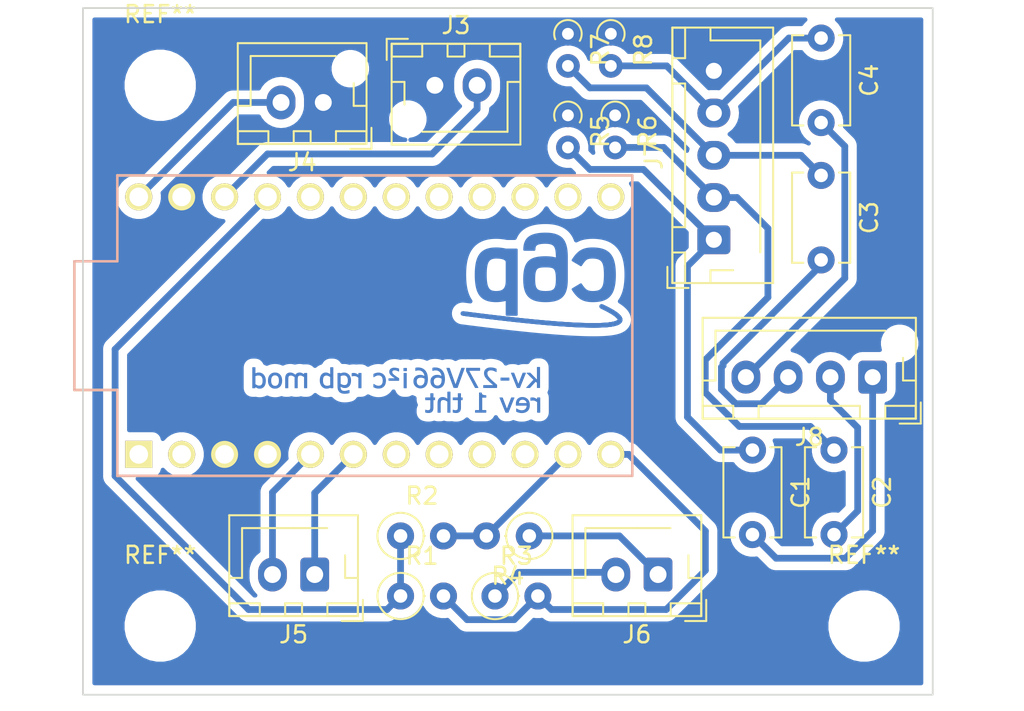
<source format=kicad_pcb>
(kicad_pcb (version 20171130) (host pcbnew "(5.1.10)-1")
  (layers (0 F.Cu signal) (31 B.Cu signal) (34 B.Paste user) (35 F.Paste user) (36 B.SilkS user) (37 F.SilkS user) (38 B.Mask user) (39 F.Mask user) (44 Edge.Cuts user))
  (net 0 "")
  (net 1 ROUT)
  (net 2 RIN)
  (net 3 GOUT)
  (net 4 GIN)
  (net 5 BOUT)
  (net 6 BIN)
  (net 7 SYNCOUT)
  (net 8 SYNCIN)
  (net 9 RESET)
  (net 10 GND)
  (net 11 RAW)
  (net 12 SDA1)
  (net 13 SCL1)
  (net 14 "Net-(J6-Pad2)")
  (net 15 "Net-(J6-Pad1)")
  (net 16 SDA2)
  (net 17 VCC)
  (net 18 SCL2)
  (net 19 "Net-(U1-Pad20)")
  (net 20 "Net-(U1-Pad19)")
  (net 21 "Net-(U1-Pad18)")
  (net 22 "Net-(U1-Pad17)")
  (net 23 "Net-(U1-Pad16)")
  (net 24 "Net-(U1-Pad15)")
  (net 25 "Net-(U1-Pad14)")
  (net 26 "Net-(U1-Pad13)")
  (net 27 "Net-(U1-Pad10)")
  (net 28 "Net-(U1-Pad9)")
  (net 29 "Net-(U1-Pad8)")
  (net 30 "Net-(U1-Pad7)")
  (net 31 "Net-(U1-Pad2)")
  (net 32 "Net-(U1-Pad1)")
  (module local:kv27v66mod (layer F.Cu) (at 110.49 40.386)
    (fp_text reference kv_revision hide)
    (fp_text value G*** hide)
    (fp_poly (pts (xy 7.711189 -0.138853) (xy 7.903424 -0.138853) (xy 8.250689 -0.517898) (xy 8.345257 -0.427981) (xy 8.345257 -0.138853) (xy 8.490983 -0.138853) (xy 8.490983 -1.344977) (xy 8.345257 -1.344977) (xy 8.345257 -0.571382) (xy 7.924352 -1.004689) (xy 7.740644 -1.004689) (xy 8.142944 -0.604714) (xy 7.711189 -0.138853)) (layer B.Cu) (width 0.039688))
    (fp_poly (pts (xy 6.808921 -1.004689) (xy 7.159286 -0.138853) (xy 7.305788 -0.138853) (xy 7.653827 -1.004689) (xy 7.495699 -1.004689) (xy 7.227499 -0.315586) (xy 6.961624 -1.004689) (xy 6.808921 -1.004689)) (layer B.Cu) (width 0.039688))
    (fp_poly (pts (xy 6.190356 -0.573709) (xy 6.674046 -0.573709) (xy 6.674046 -0.71401) (xy 6.190356 -0.71401) (xy 6.190356 -0.573709)) (layer B.Cu) (width 0.039688))
    (fp_poly (pts (xy 5.165616 -0.138853) (xy 5.946961 -0.138853) (xy 5.946961 -0.300857) (xy 5.919831 -0.324112) (xy 5.892701 -0.347366) (xy 5.865571 -0.37062) (xy 5.838441 -0.393875) (xy 5.811311 -0.417129) (xy 5.78418 -0.440383) (xy 5.757115 -0.463616) (xy 5.730696 -0.486806) (xy 5.704922 -0.509952) (xy 5.679794 -0.533056) (xy 5.655313 -0.556117) (xy 5.631477 -0.579134) (xy 5.595736 -0.614246) (xy 5.562925 -0.647492) (xy 5.533046 -0.678874) (xy 5.506098 -0.70839) (xy 5.48208 -0.73604) (xy 5.460994 -0.761826) (xy 5.442839 -0.785747) (xy 5.427614 -0.807802) (xy 5.410798 -0.83659) (xy 5.397039 -0.86611) (xy 5.386338 -0.896362) (xy 5.378694 -0.927346) (xy 5.374108 -0.959063) (xy 5.372579 -0.991511) (xy 5.374966 -1.025896) (xy 5.382129 -1.057119) (xy 5.394066 -1.085179) (xy 5.410778 -1.110077) (xy 5.432265 -1.131812) (xy 5.457721 -1.150229) (xy 5.486959 -1.164554) (xy 5.51998 -1.174786) (xy 5.556784 -1.180925) (xy 5.597371 -1.182971) (xy 5.633367 -1.181421) (xy 5.670816 -1.17677) (xy 5.709718 -1.169019) (xy 5.750074 -1.158167) (xy 5.782785 -1.147191) (xy 5.815186 -1.134106) (xy 5.847277 -1.118913) (xy 5.879058 -1.101612) (xy 5.910529 -1.082203) (xy 5.918281 -1.082203) (xy 5.918281 -1.244983) (xy 5.888486 -1.258257) (xy 5.854138 -1.27095) (xy 5.815235 -1.283062) (xy 5.771779 -1.294592) (xy 5.73513 -1.302685) (xy 5.698977 -1.308979) (xy 5.663321 -1.313475) (xy 5.62816 -1.316172) (xy 5.593496 -1.317071) (xy 5.550318 -1.315727) (xy 5.509538 -1.311694) (xy 5.471156 -1.304972) (xy 5.435172 -1.295561) (xy 5.401587 -1.283461) (xy 5.3704 -1.268673) (xy 5.34161 -1.251196) (xy 5.315219 -1.23103) (xy 5.291601 -1.208757) (xy 5.271133 -1.18457) (xy 5.253813 -1.15847) (xy 5.239642 -1.130456) (xy 5.228621 -1.100528) (xy 5.220748 -1.068686) (xy 5.216025 -1.034931) (xy 5.21445 -0.999262) (xy 5.215516 -0.966852) (xy 5.218713 -0.935507) (xy 5.224043 -0.905228) (xy 5.231503 -0.876014) (xy 5.24066 -0.84806) (xy 5.251851 -0.820785) (xy 5.265077 -0.794188) (xy 5.280338 -0.768269) (xy 5.301697 -0.736402) (xy 5.325468 -0.70488) (xy 5.351651 -0.673702) (xy 5.372919 -0.649818) (xy 5.396415 -0.624674) (xy 5.42214 -0.598271) (xy 5.450094 -0.570608) (xy 5.477892 -0.543607) (xy 5.50599 -0.516865) (xy 5.534391 -0.490381) (xy 5.563093 -0.464155) (xy 5.592096 -0.438187) (xy 5.621401 -0.412478) (xy 5.650533 -0.387458) (xy 5.67902 -0.363041) (xy 5.70686 -0.339227) (xy 5.734055 -0.316016) (xy 5.760604 -0.293407) (xy 5.786507 -0.271402) (xy 5.165616 -0.271402) (xy 5.165616 -0.138853)) (layer B.Cu) (width 0.039688))
    (fp_poly (pts (xy 4.153277 -1.120184) (xy 4.675724 -0.138853) (xy 4.841605 -0.138853) (xy 4.285827 -1.157392) (xy 4.943149 -1.157392) (xy 4.943149 -1.293041) (xy 4.153277 -1.293041) (xy 4.153277 -1.120184)) (layer B.Cu) (width 0.039688))
    (fp_poly (pts (xy 2.988236 -1.293041) (xy 3.408364 -0.138853) (xy 3.613002 -0.138853) (xy 4.03313 -1.293041) (xy 3.868799 -1.293041) (xy 3.506807 -0.277603) (xy 3.144815 -1.293041) (xy 2.988236 -1.293041)) (layer B.Cu) (width 0.039688))
    (fp_poly (pts (xy 2.044886 -0.513247) (xy 2.20224 -0.507052) (xy 2.203597 -0.541546) (xy 2.207666 -0.572939) (xy 2.214448 -0.601232) (xy 2.223944 -0.626425) (xy 2.240997 -0.656569) (xy 2.264251 -0.683957) (xy 2.293707 -0.708589) (xy 2.318339 -0.723231) (xy 2.344694 -0.734083) (xy 2.372772 -0.741145) (xy 2.402141 -0.745453) (xy 2.432372 -0.748038) (xy 2.463464 -0.7489) (xy 2.495826 -0.747931) (xy 2.527025 -0.745024) (xy 2.557062 -0.74018) (xy 2.585936 -0.733397) (xy 2.614423 -0.72458) (xy 2.643297 -0.713631) (xy 2.672559 -0.70055) (xy 2.702208 -0.685337) (xy 2.704533 -0.652007) (xy 2.705313 -0.612475) (xy 2.704321 -0.565532) (xy 2.701344 -0.522682) (xy 2.696383 -0.483924) (xy 2.689438 -0.44926) (xy 2.680508 -0.418688) (xy 2.666556 -0.38526) (xy 2.650278 -0.355514) (xy 2.631674 -0.32945) (xy 2.610745 -0.307067) (xy 2.586371 -0.286311) (xy 2.560791 -0.269517) (xy 2.534006 -0.256684) (xy 2.505326 -0.24807) (xy 2.475095 -0.242902) (xy 2.443314 -0.24118) (xy 2.407184 -0.243075) (xy 2.373723 -0.248759) (xy 2.342933 -0.258233) (xy 2.314812 -0.271497) (xy 2.289362 -0.288551) (xy 2.266581 -0.309394) (xy 2.246923 -0.334047) (xy 2.230839 -0.362017) (xy 2.218329 -0.393302) (xy 2.209393 -0.427904) (xy 2.204032 -0.465821) (xy 2.202244 -0.507055) (xy 2.20224 -0.507052) (xy 2.044886 -0.513247) (xy 2.046321 -0.474939) (xy 2.050628 -0.438221) (xy 2.057805 -0.40309) (xy 2.067853 -0.369549) (xy 2.080772 -0.337595) (xy 2.096562 -0.307231) (xy 2.115223 -0.278455) (xy 2.136755 -0.251267) (xy 2.161157 -0.225668) (xy 2.187474 -0.202404) (xy 2.215092 -0.181877) (xy 2.244012 -0.164087) (xy 2.274233 -0.149034) (xy 2.305755 -0.136718) (xy 2.338579 -0.127139) (xy 2.372705 -0.120297) (xy 2.408132 -0.116191) (xy 2.44486 -0.114823) (xy 2.478346 -0.115877) (xy 2.510592 -0.11904) (xy 2.541598 -0.124311) (xy 2.571364 -0.13169) (xy 2.599889 -0.141178) (xy 2.633753 -0.155954) (xy 2.665582 -0.173928) (xy 2.695377 -0.195099) (xy 2.723137 -0.219467) (xy 2.744518 -0.242075) (xy 2.764219 -0.267009) (xy 2.782241 -0.294268) (xy 2.798584 -0.323853) (xy 2.813247 -0.355764) (xy 2.826231 -0.389999) (xy 2.835691 -0.421226) (xy 2.843695 -0.454225) (xy 2.850245 -0.488996) (xy 2.855338 -0.525539) (xy 2.858977 -0.563853) (xy 2.86116 -0.603939) (xy 2.861888 -0.645797) (xy 2.861223 -0.688936) (xy 2.85923 -0.730652) (xy 2.855908 -0.770943) (xy 2.851257 -0.809811) (xy 2.845277 -0.847255) (xy 2.837969 -0.883275) (xy 2.829332 -0.917872) (xy 2.819017 -0.951219) (xy 2.807121 -0.98349) (xy 2.793643 -1.014686) (xy 2.778583 -1.044806) (xy 2.761941 -1.07385) (xy 2.743718 -1.101819) (xy 2.723912 -1.128712) (xy 2.700076 -1.156832) (xy 2.674044 -1.182799) (xy 2.645816 -1.206614) (xy 2.615392 -1.228274) (xy 2.582771 -1.247782) (xy 2.547954 -1.265137) (xy 2.516442 -1.278298) (xy 2.483475 -1.289435) (xy 2.449052 -1.298547) (xy 2.413174 -1.305634) (xy 2.375841 -1.310696) (xy 2.337052 -1.313734) (xy 2.296808 -1.314746) (xy 2.254756 -1.313779) (xy 2.220068 -1.310876) (xy 2.188869 -1.305454) (xy 2.157282 -1.296926) (xy 2.157282 -1.148875) (xy 2.165034 -1.148875) (xy 2.192357 -1.160113) (xy 2.230921 -1.170578) (xy 2.260118 -1.176612) (xy 2.289832 -1.180232) (xy 2.320062 -1.181438) (xy 2.360673 -1.179803) (xy 2.399175 -1.174898) (xy 2.435571 -1.166723) (xy 2.469859 -1.155277) (xy 2.50204 -1.140561) (xy 2.532113 -1.122576) (xy 2.560078 -1.10132) (xy 2.585937 -1.076794) (xy 2.606961 -1.052802) (xy 2.625938 -1.026993) (xy 2.642867 -0.999365) (xy 2.657748 -0.969919) (xy 2.67058 -0.938655) (xy 2.681366 -0.905572) (xy 2.690103 -0.870672) (xy 2.696792 -0.833953) (xy 2.701433 -0.795416) (xy 2.669022 -0.813971) (xy 2.636902 -0.830104) (xy 2.605073 -0.843814) (xy 2.573534 -0.855101) (xy 2.540542 -0.864258) (xy 2.505128 -0.870798) (xy 2.467291 -0.874723) (xy 2.427032 -0.876031) (xy 2.391327 -0.875159) (xy 2.357851 -0.872543) (xy 2.326603 -0.868184) (xy 2.297583 -0.862081) (xy 2.269145 -0.853745) (xy 2.240416 -0.841923) (xy 2.211397 -0.826615) (xy 2.182087 -0.807821) (xy 2.156166 -0.787915) (xy 2.132974 -0.766025) (xy 2.11251 -0.742151) (xy 2.094774 -0.716292) (xy 2.079768 -0.68845) (xy 2.06721 -0.658374) (xy 2.057444 -0.625818) (xy 2.050467 -0.590781) (xy 2.046282 -0.553264) (xy 2.044886 -0.513266) (xy 2.044886 -0.513247)) (layer B.Cu) (width 0.039688))
    (fp_poly (pts (xy 1.035648 -0.513247) (xy 1.193003 -0.507052) (xy 1.194359 -0.541546) (xy 1.198429 -0.572939) (xy 1.205211 -0.601232) (xy 1.214707 -0.626425) (xy 1.23176 -0.656569) (xy 1.255014 -0.683957) (xy 1.28447 -0.708589) (xy 1.309102 -0.723231) (xy 1.335457 -0.734083) (xy 1.363534 -0.741145) (xy 1.392904 -0.745453) (xy 1.423134 -0.748038) (xy 1.454226 -0.7489) (xy 1.486588 -0.747931) (xy 1.517788 -0.745024) (xy 1.547825 -0.74018) (xy 1.576699 -0.733397) (xy 1.605186 -0.72458) (xy 1.63406 -0.713631) (xy 1.663321 -0.70055) (xy 1.692971 -0.685337) (xy 1.695296 -0.652007) (xy 1.696076 -0.612475) (xy 1.695083 -0.565532) (xy 1.692107 -0.522682) (xy 1.687146 -0.483924) (xy 1.680201 -0.44926) (xy 1.671271 -0.418688) (xy 1.657318 -0.38526) (xy 1.64104 -0.355514) (xy 1.622437 -0.32945) (xy 1.601508 -0.307067) (xy 1.577134 -0.286311) (xy 1.551554 -0.269517) (xy 1.524769 -0.256684) (xy 1.496089 -0.24807) (xy 1.465858 -0.242902) (xy 1.434077 -0.24118) (xy 1.397947 -0.243075) (xy 1.364486 -0.248759) (xy 1.333696 -0.258233) (xy 1.305575 -0.271497) (xy 1.280125 -0.288551) (xy 1.257344 -0.309394) (xy 1.237686 -0.334047) (xy 1.221601 -0.362017) (xy 1.209091 -0.393302) (xy 1.200156 -0.427904) (xy 1.194794 -0.465821) (xy 1.193007 -0.507055) (xy 1.193003 -0.507052) (xy 1.035648 -0.513247) (xy 1.037084 -0.474939) (xy 1.04139 -0.438221) (xy 1.048568 -0.40309) (xy 1.058616 -0.369549) (xy 1.071535 -0.337595) (xy 1.087325 -0.307231) (xy 1.105986 -0.278455) (xy 1.127517 -0.251267) (xy 1.15192 -0.225668) (xy 1.178237 -0.202404) (xy 1.205855 -0.181877) (xy 1.234774 -0.164087) (xy 1.264995 -0.149034) (xy 1.296518 -0.136718) (xy 1.329342 -0.127139) (xy 1.363467 -0.120297) (xy 1.398894 -0.116191) (xy 1.435623 -0.114823) (xy 1.469109 -0.115877) (xy 1.501355 -0.11904) (xy 1.532361 -0.124311) (xy 1.562126 -0.13169) (xy 1.590652 -0.141178) (xy 1.624516 -0.155954) (xy 1.656345 -0.173928) (xy 1.68614 -0.195099) (xy 1.713899 -0.219467) (xy 1.73528 -0.242075) (xy 1.754982 -0.267009) (xy 1.773004 -0.294268) (xy 1.789347 -0.323853) (xy 1.80401 -0.355764) (xy 1.816994 -0.389999) (xy 1.826454 -0.421226) (xy 1.834458 -0.454225) (xy 1.841007 -0.488996) (xy 1.846101 -0.525539) (xy 1.84974 -0.563853) (xy 1.851923 -0.603939) (xy 1.85265 -0.645797) (xy 1.851986 -0.688936) (xy 1.849993 -0.730652) (xy 1.846671 -0.770943) (xy 1.84202 -0.809811) (xy 1.83604 -0.847255) (xy 1.828732 -0.883275) (xy 1.820094 -0.917872) (xy 1.80978 -0.951219) (xy 1.797884 -0.98349) (xy 1.784406 -1.014686) (xy 1.769346 -1.044806) (xy 1.752704 -1.07385) (xy 1.73448 -1.101819) (xy 1.714675 -1.128712) (xy 1.690839 -1.156832) (xy 1.664807 -1.182799) (xy 1.636579 -1.206614) (xy 1.606154 -1.228274) (xy 1.573534 -1.247782) (xy 1.538717 -1.265137) (xy 1.507205 -1.278298) (xy 1.474238 -1.289435) (xy 1.439815 -1.298547) (xy 1.403937 -1.305634) (xy 1.366603 -1.310696) (xy 1.327815 -1.313734) (xy 1.28757 -1.314746) (xy 1.245519 -1.313779) (xy 1.210831 -1.310876) (xy 1.179632 -1.305454) (xy 1.148044 -1.296926) (xy 1.148044 -1.148875) (xy 1.155796 -1.148875) (xy 1.18312 -1.160113) (xy 1.221684 -1.170578) (xy 1.250881 -1.176612) (xy 1.280595 -1.180232) (xy 1.310825 -1.181438) (xy 1.351436 -1.179803) (xy 1.389938 -1.174898) (xy 1.426334 -1.166723) (xy 1.460622 -1.155277) (xy 1.492802 -1.140561) (xy 1.522876 -1.122576) (xy 1.550841 -1.10132) (xy 1.5767 -1.076794) (xy 1.597724 -1.052802) (xy 1.616701 -1.026993) (xy 1.63363 -0.999365) (xy 1.648511 -0.969919) (xy 1.661343 -0.938655) (xy 1.672128 -0.905572) (xy 1.680866 -0.870672) (xy 1.687555 -0.833953) (xy 1.692196 -0.795416) (xy 1.659785 -0.813971) (xy 1.627665 -0.830104) (xy 1.595836 -0.843814) (xy 1.564297 -0.855101) (xy 1.531305 -0.864258) (xy 1.495891 -0.870798) (xy 1.458054 -0.874723) (xy 1.417795 -0.876031) (xy 1.38209 -0.875159) (xy 1.348613 -0.872543) (xy 1.317365 -0.868184) (xy 1.288346 -0.862081) (xy 1.259908 -0.853745) (xy 1.231179 -0.841923) (xy 1.20216 -0.826615) (xy 1.17285 -0.807821) (xy 1.146929 -0.787915) (xy 1.123736 -0.766025) (xy 1.103273 -0.742151) (xy 1.085537 -0.716292) (xy 1.070531 -0.68845) (xy 1.057973 -0.658374) (xy 1.048206 -0.625818) (xy 1.04123 -0.590781) (xy 1.037044 -0.553264) (xy 1.035649 -0.513266) (xy 1.035648 -0.513247)) (layer B.Cu) (width 0.039688))
    (fp_poly (pts (xy 0.456159 -0.124136) (xy 0.601886 -0.124136) (xy 0.601886 -0.989971) (xy 0.456159 -0.989971) (xy 0.456159 -0.124136)) (layer B.Cu) (width 0.039688))
    (fp_poly (pts (xy 0.446857 -1.134923) (xy 0.611188 -1.134923) (xy 0.611188 -1.286077) (xy 0.446857 -1.286077) (xy 0.446857 -1.134923)) (layer B.Cu) (width 0.039688))
    (fp_poly (pts (xy -0.438357 -0.562867) (xy 0.150752 -0.562867) (xy 0.150752 -0.683789) (xy 0.120273 -0.702796) (xy 0.090849 -0.721369) (xy 0.062479 -0.739507) (xy 0.035163 -0.757211) (xy 0.008901 -0.774481) (xy -0.022057 -0.795119) (xy -0.049816 -0.814401) (xy -0.074379 -0.832327) (xy -0.095744 -0.848896) (xy -0.133447 -0.879219) (xy -0.165321 -0.906318) (xy -0.191366 -0.930192) (xy -0.211581 -0.950842) (xy -0.225968 -0.968267) (xy -0.241901 -0.997895) (xy -0.251462 -1.033035) (xy -0.254648 -1.073687) (xy -0.249997 -1.106673) (xy -0.236045 -1.13432) (xy -0.21279 -1.156627) (xy -0.190457 -1.169514) (xy -0.164538 -1.178718) (xy -0.135034 -1.184241) (xy -0.101945 -1.186082) (xy -0.067596 -1.18458) (xy -0.033538 -1.180075) (xy 0.000229 -1.172566) (xy 0.033705 -1.162054) (xy 0.074874 -1.146465) (xy 0.109497 -1.130703) (xy 0.137575 -1.114769) (xy 0.147652 -1.114769) (xy 0.147652 -1.254296) (xy 0.119359 -1.263937) (xy 0.089516 -1.272705) (xy 0.058123 -1.280602) (xy 0.025179 -1.287626) (xy -0.008879 -1.293729) (xy -0.04284 -1.298089) (xy -0.076704 -1.300704) (xy -0.110471 -1.301576) (xy -0.155107 -1.299875) (xy -0.195996 -1.294772) (xy -0.233138 -1.286267) (xy -0.266534 -1.27436) (xy -0.296183 -1.259051) (xy -0.322086 -1.24034) (xy -0.348317 -1.214698) (xy -0.368718 -1.186142) (xy -0.383291 -1.154671) (xy -0.392035 -1.120286) (xy -0.394949 -1.082986) (xy -0.392575 -1.04573) (xy -0.385454 -1.010703) (xy -0.373584 -0.977905) (xy -0.356967 -0.947336) (xy -0.340007 -0.923616) (xy -0.318892 -0.898967) (xy -0.293622 -0.873387) (xy -0.264198 -0.846877) (xy -0.230619 -0.819437) (xy -0.208188 -0.802384) (xy -0.183529 -0.784556) (xy -0.156641 -0.765952) (xy -0.127524 -0.746573) (xy -0.098214 -0.727292) (xy -0.06997 -0.708979) (xy -0.042792 -0.691635) (xy -0.016679 -0.67526) (xy -0.438357 -0.67526) (xy -0.438357 -0.562867)) (layer B.Cu) (width 0.039688))
    (fp_poly (pts (xy -1.332874 -0.178396) (xy -1.296878 -0.161924) (xy -1.261754 -0.14739) (xy -1.227502 -0.134794) (xy -1.194123 -0.124136) (xy -1.161034 -0.115658) (xy -1.126879 -0.109601) (xy -1.091658 -0.105967) (xy -1.055372 -0.104756) (xy -1.018475 -0.105841) (xy -0.982819 -0.109097) (xy -0.948402 -0.114523) (xy -0.915226 -0.12212) (xy -0.88329 -0.131887) (xy -0.852873 -0.144165) (xy -0.824255 -0.158676) (xy -0.797435 -0.17542) (xy -0.772413 -0.194395) (xy -0.74919 -0.215603) (xy -0.727579 -0.239105) (xy -0.708014 -0.264964) (xy -0.690496 -0.293179) (xy -0.675024 -0.32375) (xy -0.661599 -0.356678) (xy -0.652125 -0.385897) (xy -0.644373 -0.416709) (xy -0.638345 -0.449114) (xy -0.634038 -0.483113) (xy -0.631454 -0.518705) (xy -0.630593 -0.55589) (xy -0.631756 -0.597453) (xy -0.635244 -0.637187) (xy -0.641058 -0.675092) (xy -0.649197 -0.711167) (xy -0.659661 -0.745413) (xy -0.672451 -0.77783) (xy -0.687566 -0.808417) (xy -0.705007 -0.837175) (xy -0.724773 -0.864103) (xy -0.746865 -0.889202) (xy -0.771018 -0.912178) (xy -0.79666 -0.932734) (xy -0.82379 -0.950873) (xy -0.852408 -0.966593) (xy -0.882515 -0.979894) (xy -0.91411 -0.990777) (xy -0.947193 -0.999242) (xy -0.981764 -1.005288) (xy -1.017824 -1.008916) (xy -1.055372 -1.010125) (xy -1.092385 -1.008817) (xy -1.129011 -1.004893) (xy -1.165249 -0.998353) (xy -1.201099 -0.989197) (xy -1.236368 -0.978151) (xy -1.270087 -0.965942) (xy -1.302255 -0.95257) (xy -1.332874 -0.938036) (xy -1.332874 -0.776032) (xy -1.325122 -0.776032) (xy -1.298271 -0.795844) (xy -1.271048 -0.813735) (xy -1.243452 -0.829703) (xy -1.215485 -0.843749) (xy -1.187146 -0.855872) (xy -1.152071 -0.86808) (xy -1.117383 -0.876801) (xy -1.083083 -0.882033) (xy -1.04917 -0.883777) (xy -1.009272 -0.881451) (xy -0.972259 -0.874475) (xy -0.938131 -0.862848) (xy -0.906888 -0.84657) (xy -0.878531 -0.825641) (xy -0.853059 -0.800062) (xy -0.834139 -0.774767) (xy -0.81813 -0.746276) (xy -0.805032 -0.71459) (xy -0.794844 -0.679708) (xy -0.787567 -0.641631) (xy -0.783201 -0.600358) (xy -0.781746 -0.55589) (xy -0.783169 -0.512625) (xy -0.78744 -0.472301) (xy -0.794559 -0.43492) (xy -0.804525 -0.400482) (xy -0.817339 -0.368986) (xy -0.833 -0.340432) (xy -0.851509 -0.314821) (xy -0.876593 -0.289241) (xy -0.904821 -0.268312) (xy -0.936193 -0.252035) (xy -0.970709 -0.240407) (xy -1.008368 -0.233431) (xy -1.04917 -0.231106) (xy -1.078798 -0.232397) (xy -1.10877 -0.236272) (xy -1.139087 -0.242731) (xy -1.168542 -0.251256) (xy -1.195931 -0.261333) (xy -1.221252 -0.272962) (xy -1.252064 -0.289627) (xy -1.280938 -0.307069) (xy -1.305937 -0.324315) (xy -1.325122 -0.338849) (xy -1.332874 -0.338849) (xy -1.332874 -0.178396)) (layer B.Cu) (width 0.039688))
    (fp_poly (pts (xy -2.618062 -0.831067) (xy -2.61031 -0.831067) (xy -2.578142 -0.837659) (xy -2.546748 -0.841927) (xy -2.513611 -0.844829) (xy -2.47466 -0.845797) (xy -2.441232 -0.843907) (xy -2.408385 -0.838239) (xy -2.37612 -0.828792) (xy -2.344436 -0.815566) (xy -2.313333 -0.799724) (xy -2.282812 -0.781653) (xy -2.252872 -0.761354) (xy -2.223513 -0.738826) (xy -2.223513 -0.124138) (xy -2.077786 -0.124138) (xy -2.077786 -0.989972) (xy -2.223513 -0.989972) (xy -2.223513 -0.862075) (xy -2.257403 -0.888336) (xy -2.289618 -0.911311) (xy -2.320158 -0.931) (xy -2.349025 -0.947401) (xy -2.376217 -0.960517) (xy -2.409693 -0.973404) (xy -2.44346 -0.982608) (xy -2.477518 -0.988131) (xy -2.511867 -0.989972) (xy -2.544617 -0.989391) (xy -2.566902 -0.987647) (xy -2.588219 -0.985131) (xy -2.618062 -0.980672) (xy -2.618062 -0.831067)) (layer B.Cu) (width 0.039688))
    (fp_poly (pts (xy -3.457543 -0.222578) (xy -3.311816 -0.362105) (xy -3.311816 -0.834167) (xy -3.27392 -0.850015) (xy -3.237747 -0.862417) (xy -3.203296 -0.871375) (xy -3.170223 -0.877833) (xy -3.13715 -0.881708) (xy -3.104078 -0.883) (xy -3.06545 -0.88076) (xy -3.029664 -0.874043) (xy -2.99672 -0.862846) (xy -2.966619 -0.847171) (xy -2.93936 -0.827017) (xy -2.914942 -0.802385) (xy -2.89664 -0.777866) (xy -2.881153 -0.750372) (xy -2.868481 -0.719904) (xy -2.858626 -0.686462) (xy -2.851586 -0.650046) (xy -2.847363 -0.610656) (xy -2.845955 -0.568292) (xy -2.847376 -0.521676) (xy -2.851639 -0.478978) (xy -2.858745 -0.440199) (xy -2.868692 -0.405339) (xy -2.881482 -0.374398) (xy -2.897114 -0.347375) (xy -2.916041 -0.324401) (xy -2.938714 -0.305604) (xy -2.965133 -0.290984) (xy -2.995299 -0.280541) (xy -3.029212 -0.274275) (xy -3.066871 -0.272186) (xy -3.098652 -0.273688) (xy -3.130433 -0.278194) (xy -3.162214 -0.285703) (xy -3.193994 -0.296216) (xy -3.225485 -0.309636) (xy -3.255618 -0.32509) (xy -3.284396 -0.342579) (xy -3.311816 -0.362104) (xy -3.311816 -0.362105) (xy -3.457543 -0.222578) (xy -3.456543 -0.179721) (xy -3.453544 -0.139204) (xy -3.448544 -0.101028) (xy -3.441544 -0.065193) (xy -3.432545 -0.0317) (xy -3.421546 -0.000546) (xy -3.408546 0.028266) (xy -3.393547 0.054737) (xy -3.376549 0.078867) (xy -3.35755 0.100657) (xy -3.333999 0.122294) (xy -3.307787 0.141385) (xy -3.278916 0.157931) (xy -3.247384 0.171931) (xy -3.213191 0.183386) (xy -3.176338 0.192295) (xy -3.136825 0.198659) (xy -3.094651 0.202477) (xy -3.049818 0.20375) (xy -3.015517 0.20312) (xy -2.981605 0.20123) (xy -2.94808 0.19808) (xy -2.914942 0.19367) (xy -2.882483 0.188487) (xy -2.850218 0.182238) (xy -2.818146 0.174922) (xy -2.786269 0.16654) (xy -2.786269 0.017713) (xy -2.794021 0.017713) (xy -2.822442 0.027702) (xy -2.860166 0.039071) (xy -2.907192 0.05182) (xy -2.945949 0.060976) (xy -2.984706 0.067516) (xy -3.023463 0.07144) (xy -3.06222 0.072748) (xy -3.097829 0.071634) (xy -3.130239 0.068291) (xy -3.159452 0.06272) (xy -3.185468 0.05492) (xy -3.215613 0.041484) (xy -3.240934 0.024948) (xy -3.261432 0.005311) (xy -3.277796 -0.016221) (xy -3.290716 -0.040509) (xy -3.30019 -0.067553) (xy -3.306649 -0.097095) (xy -3.310524 -0.128876) (xy -3.311816 -0.162896) (xy -3.311816 -0.24196) (xy -3.279212 -0.217253) (xy -3.247285 -0.19584) (xy -3.216037 -0.177721) (xy -3.185468 -0.162896) (xy -3.153541 -0.151705) (xy -3.117449 -0.143712) (xy -3.07719 -0.138915) (xy -3.032764 -0.137317) (xy -2.995 -0.139061) (xy -2.959223 -0.144293) (xy -2.925431 -0.153013) (xy -2.893626 -0.165222) (xy -2.863807 -0.180918) (xy -2.835975 -0.200103) (xy -2.810128 -0.222775) (xy -2.786268 -0.248936) (xy -2.767234 -0.275042) (xy -2.75044 -0.303407) (xy -2.735884 -0.33403) (xy -2.723568 -0.366912) (xy -2.713491 -0.402052) (xy -2.705654 -0.43945) (xy -2.700055 -0.479107) (xy -2.696696 -0.521022) (xy -2.695577 -0.565196) (xy -2.696817 -0.608604) (xy -2.700538 -0.649531) (xy -2.706739 -0.687978) (xy -2.71542 -0.723945) (xy -2.726582 -0.757432) (xy -2.740194 -0.789089) (xy -2.755604 -0.818947) (xy -2.772812 -0.847007) (xy -2.791819 -0.873269) (xy -2.812623 -0.897733) (xy -2.839172 -0.9237) (xy -2.868434 -0.946567) (xy -2.900408 -0.966333) (xy -2.935096 -0.982999) (xy -2.971092 -0.996563) (xy -3.006991 -1.006252) (xy -3.042793 -1.012066) (xy -3.078498 -1.014004) (xy -3.114542 -1.013035) (xy -3.147486 -1.010128) (xy -3.177329 -1.005284) (xy -3.204071 -0.998501) (xy -3.23878 -0.986873) (xy -3.274695 -0.971629) (xy -3.311816 -0.952768) (xy -3.321118 -0.989974) (xy -3.457543 -0.989974) (xy -3.457543 -0.222578)) (layer B.Cu) (width 0.039688))
    (fp_poly (pts (xy -4.506313 -0.563642) (xy -4.355935 -0.559772) (xy -4.354891 -0.602532) (xy -4.351759 -0.642223) (xy -4.346539 -0.678844) (xy -4.33923 -0.712397) (xy -4.329833 -0.74288) (xy -4.318349 -0.770295) (xy -4.304776 -0.794641) (xy -4.285978 -0.819273) (xy -4.263693 -0.839427) (xy -4.237919 -0.855103) (xy -4.208658 -0.866299) (xy -4.175908 -0.873017) (xy -4.13967 -0.875257) (xy -4.107792 -0.873513) (xy -4.075721 -0.86828) (xy -4.043455 -0.85956) (xy -4.010996 -0.847351) (xy -3.979021 -0.832768) (xy -3.948209 -0.816151) (xy -3.91856 -0.797499) (xy -3.890074 -0.776813) (xy -3.890074 -0.280721) (xy -3.929434 -0.264012) (xy -3.964832 -0.251093) (xy -3.996268 -0.241963) (xy -4.027532 -0.235938) (xy -4.06138 -0.232323) (xy -4.097812 -0.231118) (xy -4.136656 -0.233314) (xy -4.172571 -0.239903) (xy -4.205557 -0.250884) (xy -4.235616 -0.266258) (xy -4.262746 -0.286024) (xy -4.286947 -0.310183) (xy -4.30525 -0.334829) (xy -4.320737 -0.363145) (xy -4.333409 -0.395132) (xy -4.343264 -0.430788) (xy -4.350304 -0.470115) (xy -4.354527 -0.513111) (xy -4.355935 -0.559778) (xy -4.355935 -0.559772) (xy -4.506313 -0.563642) (xy -4.505452 -0.528072) (xy -4.502868 -0.493707) (xy -4.498562 -0.460548) (xy -4.492533 -0.428595) (xy -4.484781 -0.397848) (xy -4.475307 -0.368306) (xy -4.462347 -0.334696) (xy -4.44765 -0.303318) (xy -4.431217 -0.274172) (xy -4.413048 -0.247259) (xy -4.393142 -0.222578) (xy -4.364946 -0.19385) (xy -4.335394 -0.1689) (xy -4.304485 -0.147729) (xy -4.27222 -0.130337) (xy -4.238452 -0.117111) (xy -4.203038 -0.107664) (xy -4.165976 -0.101996) (xy -4.127268 -0.100106) (xy -4.091611 -0.10122) (xy -4.05828 -0.104563) (xy -4.027274 -0.110134) (xy -3.998594 -0.117934) (xy -3.962076 -0.130681) (xy -3.925902 -0.146184) (xy -3.890074 -0.164443) (xy -3.880772 -0.124136) (xy -3.744347 -0.124136) (xy -3.744347 -1.330259) (xy -3.890074 -1.330259) (xy -3.890074 -0.899279) (xy -3.921176 -0.923309) (xy -3.953248 -0.945013) (xy -3.986288 -0.964392) (xy -4.020298 -0.981445) (xy -4.048575 -0.993165) (xy -4.078217 -1.002281) (xy -4.109222 -1.008792) (xy -4.141592 -1.012699) (xy -4.175327 -1.014001) (xy -4.212679 -1.01216) (xy -4.247997 -1.006637) (xy -4.281279 -0.997432) (xy -4.312527 -0.984545) (xy -4.34174 -0.967977) (xy -4.368919 -0.947726) (xy -4.394063 -0.923793) (xy -4.417172 -0.896179) (xy -4.434109 -0.871645) (xy -4.449263 -0.845174) (xy -4.462634 -0.816765) (xy -4.474222 -0.786418) (xy -4.484028 -0.754134) (xy -4.49205 -0.719911) (xy -4.49829 -0.683751) (xy -4.502747 -0.645652) (xy -4.505422 -0.605616) (xy -4.506313 -0.563642)) (layer B.Cu) (width 0.039688))
    (fp_poly (pts (xy -6.555019 -0.124136) (xy -6.409292 -0.124136) (xy -6.409292 -0.617128) (xy -6.408689 -0.653904) (xy -6.40688 -0.689819) (xy -6.403866 -0.724873) (xy -6.399473 -0.75717) (xy -6.392497 -0.784817) (xy -6.382937 -0.807812) (xy -6.361233 -0.837074) (xy -6.331778 -0.858197) (xy -6.306284 -0.867671) (xy -6.274245 -0.873356) (xy -6.23566 -0.875251) (xy -6.205042 -0.873313) (xy -6.174423 -0.867499) (xy -6.143805 -0.85781) (xy -6.113187 -0.844244) (xy -6.082569 -0.828063) (xy -6.051951 -0.80975) (xy -6.021332 -0.789306) (xy -5.990714 -0.76673) (xy -5.992846 -0.747351) (xy -5.99459 -0.724873) (xy -5.995752 -0.701618) (xy -5.99614 -0.678364) (xy -5.99614 -0.124136) (xy -5.850413 -0.124136) (xy -5.850413 -0.617128) (xy -5.84981 -0.654679) (xy -5.848001 -0.690852) (xy -5.844987 -0.725647) (xy -5.840594 -0.757944) (xy -5.833618 -0.785591) (xy -5.824058 -0.808588) (xy -5.802354 -0.837656) (xy -5.772899 -0.858197) (xy -5.747405 -0.867671) (xy -5.715366 -0.873356) (xy -5.676781 -0.875251) (xy -5.646889 -0.87341) (xy -5.616901 -0.867887) (xy -5.586816 -0.858682) (xy -5.556633 -0.845795) (xy -5.52679 -0.83005) (xy -5.496947 -0.81227) (xy -5.467104 -0.792456) (xy -5.437261 -0.770606) (xy -5.437261 -0.124136) (xy -5.291534 -0.124136) (xy -5.291534 -0.989971) (xy -5.437261 -0.989971) (xy -5.437261 -0.893854) (xy -5.464515 -0.915496) (xy -5.491707 -0.935154) (xy -5.518837 -0.952827) (xy -5.545906 -0.968516) (xy -5.572912 -0.98222) (xy -5.607551 -0.996124) (xy -5.643256 -1.006056) (xy -5.680027 -1.012014) (xy -5.717863 -1.014001) (xy -5.752125 -1.012513) (xy -5.784216 -1.008048) (xy -5.814136 -1.000607) (xy -5.841887 -0.990189) (xy -5.867466 -0.976795) (xy -5.896486 -0.956399) (xy -5.921533 -0.932417) (xy -5.942607 -0.904851) (xy -5.959708 -0.8737) (xy -5.994435 -0.901791) (xy -6.027921 -0.926533) (xy -6.060167 -0.947927) (xy -6.091173 -0.965973) (xy -6.120938 -0.980669) (xy -6.150487 -0.992669) (xy -6.180842 -1.002001) (xy -6.212002 -1.008668) (xy -6.243969 -1.012667) (xy -6.276742 -1.014001) (xy -6.315958 -1.012229) (xy -6.352105 -1.006914) (xy -6.385183 -0.998055) (xy -6.415193 -0.985653) (xy -6.442133 -0.969707) (xy -6.466004 -0.950218) (xy -6.486806 -0.927185) (xy -6.504904 -0.901194) (xy -6.520217 -0.872387) (xy -6.532746 -0.840764) (xy -6.54249 -0.806326) (xy -6.549451 -0.769072) (xy -6.553627 -0.729002) (xy -6.555019 -0.686116) (xy -6.555019 -0.124136)) (layer B.Cu) (width 0.039688))
    (fp_poly (pts (xy -7.573558 -0.556666) (xy -7.42318 -0.556666) (xy -7.421835 -0.602953) (xy -7.417801 -0.645697) (xy -7.411078 -0.684897) (xy -7.401665 -0.720554) (xy -7.389564 -0.752667) (xy -7.374773 -0.781237) (xy -7.357292 -0.806263) (xy -7.333909 -0.831369) (xy -7.307684 -0.85191) (xy -7.278616 -0.867887) (xy -7.246706 -0.879299) (xy -7.211953 -0.886146) (xy -7.174358 -0.888428) (xy -7.13629 -0.886146) (xy -7.101151 -0.879299) (xy -7.06894 -0.867887) (xy -7.039656 -0.85191) (xy -7.013302 -0.831369) (xy -6.989875 -0.806263) (xy -6.9726 -0.781237) (xy -6.957983 -0.752667) (xy -6.946024 -0.720554) (xy -6.936722 -0.684897) (xy -6.930078 -0.645697) (xy -6.926092 -0.602953) (xy -6.924763 -0.556666) (xy -6.926108 -0.511755) (xy -6.930141 -0.47004) (xy -6.936865 -0.43152) (xy -6.946277 -0.396195) (xy -6.958379 -0.364067) (xy -6.97317 -0.335133) (xy -6.99065 -0.309395) (xy -7.014055 -0.283815) (xy -7.040346 -0.262886) (xy -7.069521 -0.246608) (xy -7.101582 -0.234981) (xy -7.136527 -0.228004) (xy -7.174358 -0.225679) (xy -7.211716 -0.227983) (xy -7.246275 -0.234894) (xy -7.278035 -0.246414) (xy -7.306995 -0.262541) (xy -7.333156 -0.283277) (xy -7.356518 -0.30862) (xy -7.374204 -0.334184) (xy -7.389169 -0.363038) (xy -7.401413 -0.395182) (xy -7.410936 -0.430618) (xy -7.417738 -0.469343) (xy -7.421819 -0.511359) (xy -7.42318 -0.556666) (xy -7.573558 -0.556666) (xy -7.572473 -0.515234) (xy -7.569217 -0.475586) (xy -7.563791 -0.43772) (xy -7.556194 -0.401637) (xy -7.546428 -0.367337) (xy -7.53449 -0.33482) (xy -7.520383 -0.304085) (xy -7.504105 -0.275133) (xy -7.485656 -0.247964) (xy -7.465037 -0.222578) (xy -7.440013 -0.196874) (xy -7.41317 -0.174194) (xy -7.384509 -0.154538) (xy -7.35403 -0.137906) (xy -7.321732 -0.124298) (xy -7.287616 -0.113714) (xy -7.251682 -0.106154) (xy -7.213929 -0.101618) (xy -7.174358 -0.100106) (xy -7.134463 -0.101618) (xy -7.096423 -0.106154) (xy -7.060241 -0.113714) (xy -7.025914 -0.124298) (xy -6.993444 -0.137906) (xy -6.962831 -0.154538) (xy -6.934074 -0.174194) (xy -6.907174 -0.196874) (xy -6.88213 -0.222578) (xy -6.861658 -0.247964) (xy -6.843342 -0.275133) (xy -6.82718 -0.304085) (xy -6.813173 -0.33482) (xy -6.801321 -0.367337) (xy -6.791624 -0.401637) (xy -6.784082 -0.43772) (xy -6.778695 -0.475586) (xy -6.775462 -0.515234) (xy -6.774385 -0.556666) (xy -6.775462 -0.598097) (xy -6.778695 -0.637746) (xy -6.784082 -0.675612) (xy -6.791624 -0.711694) (xy -6.801321 -0.745995) (xy -6.813173 -0.778512) (xy -6.82718 -0.809247) (xy -6.843342 -0.838198) (xy -6.861658 -0.865367) (xy -6.88213 -0.890753) (xy -6.907174 -0.91662) (xy -6.934074 -0.939444) (xy -6.962831 -0.959224) (xy -6.993444 -0.975961) (xy -7.025914 -0.989656) (xy -7.060241 -1.000307) (xy -7.096423 -1.007914) (xy -7.134463 -1.012479) (xy -7.174358 -1.014001) (xy -7.213929 -1.012479) (xy -7.251682 -1.007914) (xy -7.287616 -1.000307) (xy -7.321732 -0.989656) (xy -7.35403 -0.975961) (xy -7.384509 -0.959224) (xy -7.41317 -0.939444) (xy -7.440013 -0.91662) (xy -7.465037 -0.890753) (xy -7.485656 -0.865367) (xy -7.504105 -0.838198) (xy -7.520383 -0.809247) (xy -7.53449 -0.778512) (xy -7.546428 -0.745995) (xy -7.556194 -0.711694) (xy -7.563791 -0.675612) (xy -7.569217 -0.637746) (xy -7.572473 -0.598097) (xy -7.573558 -0.556666)) (layer B.Cu) (width 0.039688))
    (fp_poly (pts (xy -8.501405 -0.124136) (xy -8.355679 -0.3373) (xy -8.355679 -0.834167) (xy -8.317783 -0.849929) (xy -8.282643 -0.862073) (xy -8.250259 -0.870599) (xy -8.218305 -0.876199) (xy -8.184457 -0.879559) (xy -8.148715 -0.880679) (xy -8.109398 -0.878311) (xy -8.073095 -0.871205) (xy -8.039807 -0.859363) (xy -8.009533 -0.842783) (xy -7.982274 -0.821467) (xy -7.958029 -0.795413) (xy -7.939932 -0.769596) (xy -7.924619 -0.740868) (xy -7.91209 -0.70923) (xy -7.902345 -0.674681) (xy -7.895385 -0.63722) (xy -7.891208 -0.59685) (xy -7.889816 -0.553568) (xy -7.890892 -0.510999) (xy -7.894119 -0.471434) (xy -7.899498 -0.434876) (xy -7.907028 -0.401324) (xy -7.916709 -0.370777) (xy -7.928542 -0.343235) (xy -7.942526 -0.3187) (xy -7.961862 -0.294304) (xy -7.984729 -0.274344) (xy -8.011127 -0.258819) (xy -8.041056 -0.24773) (xy -8.074516 -0.241077) (xy -8.111507 -0.238859) (xy -8.14261 -0.240555) (xy -8.173907 -0.245642) (xy -8.205397 -0.25412) (xy -8.237081 -0.26599) (xy -8.26833 -0.280912) (xy -8.298512 -0.297771) (xy -8.327628 -0.316568) (xy -8.355679 -0.337303) (xy -8.355679 -0.3373) (xy -8.501405 -0.124136) (xy -8.355679 -0.124136) (xy -8.355679 -0.214828) (xy -8.323946 -0.189199) (xy -8.291535 -0.166575) (xy -8.258446 -0.146954) (xy -8.224679 -0.130337) (xy -8.189846 -0.117111) (xy -8.15356 -0.107664) (xy -8.11582 -0.101996) (xy -8.076626 -0.100106) (xy -8.038862 -0.101971) (xy -8.003085 -0.107567) (xy -7.969294 -0.116893) (xy -7.937489 -0.129949) (xy -7.90767 -0.146736) (xy -7.879837 -0.167253) (xy -7.853991 -0.1915) (xy -7.830131 -0.219478) (xy -7.8129 -0.244275) (xy -7.797482 -0.270917) (xy -7.783878 -0.299403) (xy -7.772088 -0.329735) (xy -7.762112 -0.361911) (xy -7.753949 -0.395932) (xy -7.747601 -0.431798) (xy -7.743066 -0.469509) (xy -7.740345 -0.509064) (xy -7.739438 -0.550465) (xy -7.7403 -0.586487) (xy -7.742883 -0.621175) (xy -7.74719 -0.654528) (xy -7.753219 -0.686545) (xy -7.760971 -0.717228) (xy -7.770445 -0.746576) (xy -7.784025 -0.77997) (xy -7.799342 -0.811316) (xy -7.816395 -0.840617) (xy -7.835185 -0.867871) (xy -7.855711 -0.893078) (xy -7.883132 -0.92079) (xy -7.912684 -0.945013) (xy -7.944368 -0.965748) (xy -7.978183 -0.982996) (xy -8.013743 -0.99656) (xy -8.049884 -1.00625) (xy -8.086607 -1.012063) (xy -8.123911 -1.014001) (xy -8.157048 -1.01308) (xy -8.188248 -1.010318) (xy -8.217509 -1.005715) (xy -8.244833 -0.999271) (xy -8.271527 -0.991278) (xy -8.298899 -0.98125) (xy -8.32695 -0.969186) (xy -8.355679 -0.955087) (xy -8.355679 -1.330256) (xy -8.501405 -1.330256) (xy -8.501405 -0.124136)) (layer B.Cu) (width 0.039688))
    (fp_poly (pts (xy 7.961126 0.617893) (xy 7.968881 0.617893) (xy 8.00105 0.6113) (xy 8.032444 0.607033) (xy 8.065581 0.60413) (xy 8.104532 0.603163) (xy 8.13796 0.605052) (xy 8.170807 0.61072) (xy 8.203072 0.620167) (xy 8.234756 0.633392) (xy 8.265858 0.649234) (xy 8.29638 0.667305) (xy 8.32632 0.687604) (xy 8.355679 0.710132) (xy 8.355679 1.324822) (xy 8.501405 1.324822) (xy 8.501405 0.458986) (xy 8.355679 0.458986) (xy 8.355679 0.586885) (xy 8.321789 0.560623) (xy 8.289574 0.537647) (xy 8.259033 0.517959) (xy 8.230166 0.501557) (xy 8.202974 0.488441) (xy 8.169498 0.475554) (xy 8.135731 0.46635) (xy 8.101673 0.460827) (xy 8.067325 0.458986) (xy 8.034575 0.459567) (xy 8.01229 0.461311) (xy 7.990973 0.463827) (xy 7.961129 0.468286) (xy 7.961126 0.617893)) (layer B.Cu) (width 0.039688))
    (fp_poly (pts (xy 7.099167 0.907022) (xy 7.241018 0.795401) (xy 7.242841 0.758603) (xy 7.247811 0.724691) (xy 7.255927 0.693663) (xy 7.26719 0.665521) (xy 7.281598 0.640264) (xy 7.299154 0.617893) (xy 7.319674 0.598708) (xy 7.343509 0.583011) (xy 7.370661 0.570803) (xy 7.401128 0.562082) (xy 7.434912 0.55685) (xy 7.472011 0.555106) (xy 7.509713 0.557022) (xy 7.544788 0.562771) (xy 7.577237 0.572353) (xy 7.607058 0.585767) (xy 7.634253 0.603014) (xy 7.658821 0.624094) (xy 7.680159 0.648016) (xy 7.698181 0.673789) (xy 7.712887 0.701415) (xy 7.724277 0.730892) (xy 7.732352 0.762221) (xy 7.73711 0.795401) (xy 7.241018 0.795401) (xy 7.099167 0.907022) (xy 7.73711 0.907022) (xy 7.735608 0.945682) (xy 7.731103 0.981823) (xy 7.723593 1.015445) (xy 7.71308 1.046548) (xy 7.699952 1.074695) (xy 7.684595 1.100226) (xy 7.667009 1.123141) (xy 7.647194 1.14344) (xy 7.618686 1.166178) (xy 7.586905 1.184782) (xy 7.551851 1.199251) (xy 7.523268 1.20739) (xy 7.493328 1.213203) (xy 7.462031 1.216691) (xy 7.429378 1.217854) (xy 7.394 1.216459) (xy 7.358561 1.212273) (xy 7.323059 1.205297) (xy 7.287496 1.19553) (xy 7.251871 1.182973) (xy 7.210158 1.165241) (xy 7.174937 1.147704) (xy 7.146209 1.13036) (xy 7.123972 1.113209) (xy 7.116217 1.113209) (xy 7.116217 1.272115) (xy 7.145797 1.284114) (xy 7.175624 1.295307) (xy 7.2057 1.305694) (xy 7.236023 1.315274) (xy 7.266595 1.324049) (xy 7.297601 1.331583) (xy 7.329227 1.337443) (xy 7.361473 1.341629) (xy 7.394339 1.34414) (xy 7.427825 1.344977) (xy 7.469978 1.343815) (xy 7.510239 1.340326) (xy 7.548608 1.334513) (xy 7.585086 1.326374) (xy 7.619673 1.31591) (xy 7.652369 1.30312) (xy 7.683173 1.288004) (xy 7.712086 1.270564) (xy 7.739108 1.250798) (xy 7.764238 1.228706) (xy 7.787213 1.20432) (xy 7.80777 1.177981) (xy 7.825908 1.149688) (xy 7.841628 1.119442) (xy 7.85493 1.087243) (xy 7.865813 1.05309) (xy 7.874277 1.016984) (xy 7.880323 0.978924) (xy 7.883951 0.938911) (xy 7.88516 0.896945) (xy 7.884005 0.855343) (xy 7.88054 0.815493) (xy 7.874766 0.777395) (xy 7.866681 0.741048) (xy 7.856286 0.706454) (xy 7.843581 0.673611) (xy 7.828567 0.64252) (xy 7.811242 0.61318) (xy 7.791608 0.585593) (xy 7.769663 0.559757) (xy 7.74568 0.536046) (xy 7.72024 0.51483) (xy 7.693343 0.49611) (xy 7.664988 0.479886) (xy 7.635176 0.466158) (xy 7.603907 0.454927) (xy 7.571181 0.446191) (xy 7.536997 0.439951) (xy 7.501356 0.436207) (xy 7.464257 0.434959) (xy 7.421721 0.436557) (xy 7.381704 0.441354) (xy 7.344206 0.449347) (xy 7.309228 0.460539) (xy 7.276769 0.474927) (xy 7.246829 0.492513) (xy 7.219408 0.513297) (xy 7.194506 0.537278) (xy 7.174496 0.561078) (xy 7.15684 0.587002) (xy 7.141538 0.615051) (xy 7.12859 0.645224) (xy 7.117997 0.677521) (xy 7.109757 0.711944) (xy 7.103872 0.74849) (xy 7.100341 0.787162) (xy 7.099164 0.827957) (xy 7.099167 0.907022)) (layer B.Cu) (width 0.039688))
    (fp_poly (pts (xy 6.129462 0.458989) (xy 6.479827 1.324825) (xy 6.626329 1.324825) (xy 6.974369 0.458989) (xy 6.816239 0.458989) (xy 6.548039 1.148092) (xy 6.282165 0.458989) (xy 6.129462 0.458989)) (layer B.Cu) (width 0.039688))
    (fp_poly (pts (xy 4.683818 1.324825) (xy 5.308584 1.324825) (xy 5.308584 1.207003) (xy 5.06829 1.207003) (xy 5.06829 0.433409) (xy 5.308584 0.433409) (xy 5.308584 0.327989) (xy 5.275253 0.327128) (xy 5.240371 0.324543) (xy 5.20394 0.320234) (xy 5.169747 0.313778) (xy 5.141584 0.305768) (xy 5.119449 0.296206) (xy 5.087668 0.274307) (xy 5.063639 0.247372) (xy 5.051667 0.224978) (xy 5.043657 0.198106) (xy 5.039609 0.166756) (xy 4.919462 0.166756) (xy 4.919462 1.207) (xy 4.683818 1.207) (xy 4.683818 1.324825)) (layer B.Cu) (width 0.039688))
    (fp_poly (pts (xy 3.363748 1.317073) (xy 3.391997 1.32388) (xy 3.42197 1.329823) (xy 3.453664 1.334902) (xy 3.484584 1.338777) (xy 3.513264 1.341102) (xy 3.539705 1.341877) (xy 3.582123 1.339896) (xy 3.621009 1.333953) (xy 3.656365 1.324049) (xy 3.688189 1.310182) (xy 3.716481 1.292354) (xy 3.741243 1.270564) (xy 3.759546 1.248433) (xy 3.775033 1.22279) (xy 3.787704 1.193635) (xy 3.797559 1.160968) (xy 3.804599 1.124789) (xy 3.808823 1.085099) (xy 3.810231 1.041896) (xy 3.810231 0.581461) (xy 3.908674 0.581461) (xy 3.908674 0.458989) (xy 3.810231 0.458989) (xy 3.810231 0.210167) (xy 3.664504 0.210167) (xy 3.664504 0.458989) (xy 3.363748 0.458989) (xy 3.363748 0.581461) (xy 3.664504 0.581461) (xy 3.664504 0.976009) (xy 3.664159 1.018212) (xy 3.663126 1.053869) (xy 3.661403 1.08298) (xy 3.654427 1.119799) (xy 3.639699 1.154293) (xy 3.619545 1.181229) (xy 3.59319 1.200026) (xy 3.569592 1.207776) (xy 3.539103 1.212426) (xy 3.501723 1.213976) (xy 3.465292 1.211456) (xy 3.42731 1.203896) (xy 3.393979 1.194009) (xy 3.371499 1.186067) (xy 3.363747 1.186067) (xy 3.363748 1.317073)) (layer B.Cu) (width 0.039688))
    (fp_poly (pts (xy 2.463806 1.324825) (xy 2.609533 1.324825) (xy 2.609533 0.831833) (xy 2.610308 0.792904) (xy 2.612634 0.755697) (xy 2.616509 0.720212) (xy 2.622452 0.687656) (xy 2.630979 0.660268) (xy 2.642089 0.638047) (xy 2.665731 0.609754) (xy 2.6979 0.589988) (xy 2.724599 0.580945) (xy 2.756122 0.575519) (xy 2.792467 0.57371) (xy 2.822649 0.575551) (xy 2.85351 0.581074) (xy 2.885048 0.590279) (xy 2.917265 0.603166) (xy 2.949482 0.618911) (xy 2.981021 0.636691) (xy 3.011881 0.656505) (xy 3.042063 0.678355) (xy 3.042063 1.324825) (xy 3.18779 1.324825) (xy 3.18779 0.1187) (xy 3.042063 0.1187) (xy 3.042063 0.555106) (xy 3.014592 0.533464) (xy 2.986749 0.513807) (xy 2.958534 0.496133) (xy 2.929946 0.480444) (xy 2.900987 0.466739) (xy 2.864313 0.452835) (xy 2.827154 0.442904) (xy 2.789512 0.436945) (xy 2.751384 0.434959) (xy 2.712659 0.436683) (xy 2.676654 0.441856) (xy 2.64337 0.450477) (xy 2.612807 0.462547) (xy 2.584966 0.478066) (xy 2.559845 0.497033) (xy 2.537444 0.519449) (xy 2.517908 0.545108) (xy 2.501377 0.573804) (xy 2.487851 0.605538) (xy 2.477331 0.640309) (xy 2.469817 0.678117) (xy 2.465309 0.718962) (xy 2.463806 0.762845) (xy 2.463806 1.324825)) (layer B.Cu) (width 0.039688))
    (fp_poly (pts (xy 1.73362 1.317073) (xy 1.761869 1.32388) (xy 1.791842 1.329823) (xy 1.823537 1.334902) (xy 1.854456 1.338777) (xy 1.883136 1.341102) (xy 1.909577 1.341877) (xy 1.951995 1.339896) (xy 1.990881 1.333953) (xy 2.026237 1.324049) (xy 2.058061 1.310182) (xy 2.086353 1.292354) (xy 2.111115 1.270564) (xy 2.129418 1.248433) (xy 2.144905 1.22279) (xy 2.157576 1.193635) (xy 2.167431 1.160968) (xy 2.174471 1.124789) (xy 2.178695 1.085099) (xy 2.180103 1.041896) (xy 2.180103 0.581461) (xy 2.278546 0.581461) (xy 2.278546 0.458989) (xy 2.180103 0.458989) (xy 2.180103 0.210167) (xy 2.034376 0.210167) (xy 2.034376 0.458989) (xy 1.73362 0.458989) (xy 1.73362 0.581461) (xy 2.034376 0.581461) (xy 2.034376 0.976009) (xy 2.034031 1.018212) (xy 2.032998 1.053869) (xy 2.031275 1.08298) (xy 2.024299 1.119799) (xy 2.009571 1.154293) (xy 1.989417 1.181229) (xy 1.963062 1.200026) (xy 1.939464 1.207776) (xy 1.908975 1.212426) (xy 1.871595 1.213976) (xy 1.835164 1.211456) (xy 1.797182 1.203896) (xy 1.76385 1.194009) (xy 1.741371 1.186067) (xy 1.733619 1.186067) (xy 1.73362 1.317073)) (layer B.Cu) (width 0.039688))
  )
  (module local:c6p-dev (layer F.Cu) (at 120.142 34.036)
    (fp_text reference c6p_logo hide)
    (fp_text value G*** hide)
    (fp_poly (pts (xy 1.981576 1.085386) (xy 2.027391 1.085036) (xy 2.07229 1.083989) (xy 2.116272 1.082244) (xy 2.159339 1.0798) (xy 2.201489 1.076659) (xy 2.242722 1.072819) (xy 2.28304 1.068281) (xy 2.322441 1.063045) (xy 2.360925 1.057111) (xy 2.398494 1.050478) (xy 2.435146 1.043148) (xy 2.470882 1.035119) (xy 2.505701 1.026393) (xy 2.539605 1.016968) (xy 2.572592 1.006845) (xy 2.604662 0.996024) (xy 2.635817 0.984504) (xy 2.666055 0.972287) (xy 2.695376 0.959371) (xy 2.723782 0.945757) (xy 2.751271 0.931446) (xy 2.781797 0.913257) (xy 2.811374 0.89397) (xy 2.84 0.873585) (xy 2.867675 0.8521) (xy 2.894401 0.829517) (xy 2.920176 0.805836) (xy 2.945001 0.781055) (xy 2.968876 0.755176) (xy 2.991801 0.728198) (xy 3.013775 0.700121) (xy 3.034799 0.670946) (xy 3.054873 0.640672) (xy 3.073997 0.609299) (xy 3.09217 0.576828) (xy 3.109393 0.543258) (xy 3.125666 0.508589) (xy 3.140988 0.472822) (xy 3.155361 0.435955) (xy 3.165567 0.407108) (xy 3.175338 0.377493) (xy 3.184675 0.347109) (xy 3.193578 0.315957) (xy 3.202047 0.284037) (xy 3.210081 0.251348) (xy 3.217681 0.21789) (xy 3.224847 0.183665) (xy 3.231578 0.148671) (xy 3.237876 0.112909) (xy 3.243738 0.076378) (xy 3.249167 0.039079) (xy 3.254161 0.001012) (xy 3.258721 -0.037824) (xy 3.262847 -0.077428) (xy 3.266539 -0.1178) (xy 3.269796 -0.158941) (xy 3.272619 -0.20085) (xy 3.275007 -0.243527) (xy 3.276961 -0.286973) (xy 3.278481 -0.331187) (xy 3.279567 -0.37617) (xy 3.280219 -0.42192) (xy 3.280436 -0.468439) (xy 3.280219 -0.51495) (xy 3.279567 -0.560675) (xy 3.278481 -0.605616) (xy 3.276961 -0.649771) (xy 3.275007 -0.693141) (xy 3.272619 -0.735726) (xy 3.269796 -0.777527) (xy 3.266539 -0.818542) (xy 3.262847 -0.858772) (xy 3.258721 -0.898217) (xy 3.254161 -0.936877) (xy 3.249167 -0.974752) (xy 3.243738 -1.011842) (xy 3.237876 -1.048147) (xy 3.231578 -1.083667) (xy 3.224847 -1.118402) (xy 3.217681 -1.152352) (xy 3.210081 -1.185516) (xy 3.202047 -1.217896) (xy 3.193578 -1.249491) (xy 3.184675 -1.280301) (xy 3.175338 -1.310325) (xy 3.165567 -1.339565) (xy 3.155361 -1.36802) (xy 3.140454 -1.40539) (xy 3.124597 -1.441603) (xy 3.10779 -1.476658) (xy 3.090032 -1.510555) (xy 3.071324 -1.543293) (xy 3.051666 -1.574874) (xy 3.031058 -1.605296) (xy 3.0095 -1.634561) (xy 2.986991 -1.662667) (xy 2.963532 -1.689615) (xy 2.939122 -1.715405) (xy 2.913763 -1.740037) (xy 2.887453 -1.763511) (xy 2.860193 -1.785827) (xy 2.831983 -1.806985) (xy 2.802822 -1.826984) (xy 2.772712 -1.845826) (xy 2.741651 -1.86351) (xy 2.713704 -1.878269) (xy 2.68484 -1.892308) (xy 2.65506 -1.905627) (xy 2.624364 -1.918226) (xy 2.592752 -1.930105) (xy 2.560223 -1.941265) (xy 2.526778 -1.951704) (xy 2.492417 -1.961423) (xy 2.457139 -1.970423) (xy 2.420945 -1.978702) (xy 2.383835 -1.986262) (xy 2.345808 -1.993101) (xy 2.306865 -1.999221) (xy 2.267006 -2.004621) (xy 2.226231 -2.0093) (xy 2.184539 -2.01326) (xy 2.141931 -2.0165) (xy 2.098407 -2.01902) (xy 2.053966 -2.02082) (xy 2.008609 -2.0219) (xy 1.962336 -2.02226) (xy 1.918254 -2.021833) (xy 1.875132 -2.020554) (xy 1.832969 -2.018422) (xy 1.791765 -2.015437) (xy 1.751521 -2.011599) (xy 1.712237 -2.006908) (xy 1.673912 -2.001365) (xy 1.636546 -1.994968) (xy 1.60014 -1.987719) (xy 1.564694 -1.979617) (xy 1.530207 -1.970662) (xy 1.496679 -1.960854) (xy 1.464111 -1.950193) (xy 1.432502 -1.93868) (xy 1.401853 -1.926314) (xy 1.372163 -1.913094) (xy 1.343433 -1.899022) (xy 1.315662 -1.884097) (xy 1.288851 -1.86832) (xy 1.262053 -1.851955) (xy 1.235335 -1.834259) (xy 1.208697 -1.815229) (xy 1.182139 -1.794868) (xy 1.155661 -1.773173) (xy 1.129262 -1.750146) (xy 1.102944 -1.725787) (xy 1.076706 -1.700095) (xy 1.050547 -1.67307) (xy 1.024469 -1.644713) (xy 0.998471 -1.615023) (xy 0.972552 -1.584001) (xy 0.946713 -1.551647) (xy 0.920955 -1.517959) (xy 0.895276 -1.482939) (xy 0.869677 -1.446587) (xy 0.844159 -1.408902) (xy 0.81872 -1.369885) (xy 0.793361 -1.329535) (xy 1.279231 -1.0409) (xy 1.305541 -1.082412) (xy 1.331019 -1.121431) (xy 1.355666 -1.157956) (xy 1.379481 -1.191986) (xy 1.402465 -1.223522) (xy 1.424617 -1.252564) (xy 1.445938 -1.279112) (xy 1.466428 -1.303165) (xy 1.486086 -1.324724) (xy 1.511219 -1.350937) (xy 1.537137 -1.374597) (xy 1.563841 -1.395704) (xy 1.59133 -1.414259) (xy 1.619605 -1.430262) (xy 1.648665 -1.443712) (xy 1.678511 -1.45461) (xy 1.706096 -1.463633) (xy 1.735936 -1.471453) (xy 1.768031 -1.47807) (xy 1.802382 -1.483485) (xy 1.838988 -1.487695) (xy 1.877849 -1.490703) (xy 1.918965 -1.492508) (xy 1.962336 -1.493109) (xy 2.006684 -1.49254) (xy 2.049438 -1.490832) (xy 2.090599 -1.487986) (xy 2.130165 -1.484) (xy 2.168137 -1.478877) (xy 2.204516 -1.472614) (xy 2.2393 -1.465213) (xy 2.27249 -1.456673) (xy 2.304086 -1.446995) (xy 2.334088 -1.436178) (xy 2.362497 -1.424222) (xy 2.389311 -1.411127) (xy 2.414531 -1.396894) (xy 2.442639 -1.379243) (xy 2.469236 -1.359523) (xy 2.494323 -1.337737) (xy 2.517899 -1.313883) (xy 2.539964 -1.287962) (xy 2.560518 -1.259973) (xy 2.579561 -1.229917) (xy 2.597093 -1.197794) (xy 2.613115 -1.163603) (xy 2.627626 -1.127345) (xy 2.640626 -1.089019) (xy 2.648199 -1.061227) (xy 2.655284 -1.031968) (xy 2.66188 -1.001244) (xy 2.667987 -0.969054) (xy 2.673606 -0.935399) (xy 2.678736 -0.900278) (xy 2.683378 -0.863691) (xy 2.687531 -0.825638) (xy 2.691195 -0.78612) (xy 2.694371 -0.745136) (xy 2.697058 -0.702687) (xy 2.699257 -0.658772) (xy 2.700967 -0.613391) (xy 2.702189 -0.566544) (xy 2.702921 -0.518232) (xy 2.703166 -0.468455) (xy 2.702921 -0.418676) (xy 2.702189 -0.370363) (xy 2.700967 -0.323516) (xy 2.699257 -0.278135) (xy 2.697058 -0.23422) (xy 2.694371 -0.19177) (xy 2.691195 -0.150785) (xy 2.687531 -0.111267) (xy 2.683378 -0.073214) (xy 2.678736 -0.036627) (xy 2.673606 -0.001506) (xy 2.667987 0.03215) (xy 2.66188 0.06434) (xy 2.655284 0.095064) (xy 2.648199 0.124323) (xy 2.640626 0.152116) (xy 2.627666 0.190481) (xy 2.613274 0.226858) (xy 2.597451 0.261247) (xy 2.580197 0.293649) (xy 2.561511 0.324063) (xy 2.541395 0.352489) (xy 2.519847 0.378927) (xy 2.496867 0.403377) (xy 2.472456 0.425839) (xy 2.446614 0.446314) (xy 2.419341 0.464801) (xy 2.392782 0.4794) (xy 2.36442 0.49273) (xy 2.334253 0.50479) (xy 2.302282 0.515581) (xy 2.268508 0.525102) (xy 2.232929 0.533354) (xy 2.195547 0.540337) (xy 2.156361 0.546049) (xy 2.11537 0.550493) (xy 2.072576 0.553666) (xy 2.027978 0.555571) (xy 1.981576 0.556206) (xy 1.939258 0.555604) (xy 1.898894 0.553799) (xy 1.860485 0.550791) (xy 1.824029 0.54658) (xy 1.789528 0.541166) (xy 1.756982 0.534549) (xy 1.726389 0.526729) (xy 1.697751 0.517705) (xy 1.666532 0.505626) (xy 1.636098 0.491388) (xy 1.606449 0.474992) (xy 1.577586 0.456437) (xy 1.549507 0.435723) (xy 1.522214 0.412851) (xy 1.495706 0.387821) (xy 1.476175 0.367615) (xy 1.456067 0.345486) (xy 1.435382 0.321433) (xy 1.414119 0.295455) (xy 1.39228 0.267553) (xy 1.369862 0.237727) (xy 1.346868 0.205977) (xy 1.323296 0.172302) (xy 1.299147 0.136703) (xy 1.274421 0.099181) (xy 0.793361 0.387821) (xy 0.817931 0.426197) (xy 0.842573 0.463394) (xy 0.867288 0.499413) (xy 0.892074 0.534254) (xy 0.916933 0.567916) (xy 0.941864 0.600399) (xy 0.966867 0.631704) (xy 0.991942 0.66183) (xy 1.01709 0.690778) (xy 1.04231 0.718547) (xy 1.067601 0.745137) (xy 1.092965 0.770549) (xy 1.118402 0.794782) (xy 1.14391 0.817837) (xy 1.16949 0.839713) (xy 1.195143 0.860411) (xy 1.220868 0.87993) (xy 1.246665 0.89827) (xy 1.272534 0.915432) (xy 1.298476 0.931415) (xy 1.325793 0.947193) (xy 1.35407 0.962118) (xy 1.383307 0.97619) (xy 1.413503 0.98941) (xy 1.444658 1.001776) (xy 1.476773 1.013289) (xy 1.509847 1.02395) (xy 1.543881 1.033758) (xy 1.578874 1.042713) (xy 1.614827 1.050815) (xy 1.651739 1.058064) (xy 1.689611 1.064461) (xy 1.728442 1.070004) (xy 1.768232 1.074695) (xy 1.808982 1.078533) (xy 1.850691 1.081518) (xy 1.89336 1.08365) (xy 1.936988 1.084929) (xy 1.981576 1.085355) (xy 1.981576 1.085386)) (layer B.Cu) (width 0.132292))
    (fp_poly (pts (xy -0.818184 1.085386) (xy -0.772002 1.085073) (xy -0.726783 1.084135) (xy -0.682525 1.082571) (xy -0.63923 1.080383) (xy -0.596897 1.077568) (xy -0.555526 1.074129) (xy -0.515117 1.070064) (xy -0.47567 1.065373) (xy -0.437185 1.060058) (xy -0.399663 1.054117) (xy -0.363102 1.04755) (xy -0.327504 1.040359) (xy -0.292867 1.032541) (xy -0.259193 1.024099) (xy -0.226481 1.015031) (xy -0.194731 1.005338) (xy -0.163943 0.995019) (xy -0.134118 0.984075) (xy -0.105254 0.972505) (xy -0.077353 0.960311) (xy -0.043679 0.943492) (xy -0.011207 0.925508) (xy 0.020062 0.906359) (xy 0.050128 0.886045) (xy 0.078991 0.864567) (xy 0.106652 0.841923) (xy 0.13311 0.818114) (xy 0.158366 0.793141) (xy 0.182419 0.767002) (xy 0.205269 0.739698) (xy 0.226917 0.711229) (xy 0.247362 0.681595) (xy 0.266604 0.650797) (xy 0.284644 0.618833) (xy 0.301481 0.585704) (xy 0.317115 0.551411) (xy 0.328841 0.523028) (xy 0.339966 0.493683) (xy 0.350489 0.463376) (xy 0.360411 0.432107) (xy 0.369731 0.399876) (xy 0.37845 0.366683) (xy 0.386568 0.332528) (xy 0.394085 0.297411) (xy 0.401 0.261331) (xy 0.407314 0.224289) (xy 0.413027 0.186285) (xy 0.418138 0.147319) (xy 0.422648 0.107391) (xy 0.426556 0.066501) (xy 0.429864 0.024649) (xy 0.43257 -0.018166) (xy 0.434674 -0.061942) (xy 0.436178 -0.106681) (xy 0.43708 -0.152382) (xy 0.43738 -0.199045) (xy 0.43738 -1.512335) (xy 0.437108 -1.560419) (xy 0.436289 -1.607543) (xy 0.434926 -1.653708) (xy 0.433017 -1.698912) (xy 0.430563 -1.743156) (xy 0.427563 -1.786441) (xy 0.424017 -1.828766) (xy 0.419927 -1.87013) (xy 0.415291 -1.910535) (xy 0.410109 -1.94998) (xy 0.404382 -1.988464) (xy 0.39811 -2.025989) (xy 0.391292 -2.062554) (xy 0.383929 -2.098159) (xy 0.376021 -2.132804) (xy 0.367567 -2.166489) (xy 0.358567 -2.199214) (xy 0.349022 -2.230979) (xy 0.338932 -2.261784) (xy 0.328296 -2.291629) (xy 0.317115 -2.320514) (xy 0.301481 -2.35774) (xy 0.284644 -2.39365) (xy 0.266604 -2.428245) (xy 0.247362 -2.461524) (xy 0.226917 -2.493488) (xy 0.205269 -2.524137) (xy 0.182419 -2.55347) (xy 0.158366 -2.581488) (xy 0.13311 -2.608191) (xy 0.106652 -2.633578) (xy 0.078991 -2.65765) (xy 0.050128 -2.680406) (xy 0.020062 -2.701847) (xy -0.011207 -2.721973) (xy -0.043679 -2.740783) (xy -0.077353 -2.758278) (xy -0.105254 -2.77188) (xy -0.134118 -2.784785) (xy -0.163943 -2.796992) (xy -0.194731 -2.808501) (xy -0.226481 -2.819313) (xy -0.259193 -2.829427) (xy -0.292867 -2.838844) (xy -0.327504 -2.847563) (xy -0.363102 -2.855585) (xy -0.399663 -2.862909) (xy -0.437185 -2.869535) (xy -0.47567 -2.875464) (xy -0.515117 -2.880696) (xy -0.555526 -2.88523) (xy -0.596897 -2.889066) (xy -0.63923 -2.892205) (xy -0.682525 -2.894647) (xy -0.726783 -2.89639) (xy -0.772002 -2.897437) (xy -0.818184 -2.897786) (xy -0.867983 -2.897465) (xy -0.91673 -2.896505) (xy -0.964423 -2.894903) (xy -1.011063 -2.892662) (xy -1.05665 -2.88978) (xy -1.101183 -2.886257) (xy -1.144664 -2.882094) (xy -1.187091 -2.877291) (xy -1.228465 -2.871847) (xy -1.268785 -2.865762) (xy -1.308053 -2.859038) (xy -1.346267 -2.851672) (xy -1.383428 -2.843667) (xy -1.419536 -2.83502) (xy -1.454591 -2.825734) (xy -1.488592 -2.815806) (xy -1.521541 -2.805239) (xy -1.553436 -2.794031) (xy -1.584278 -2.782182) (xy -1.614066 -2.769693) (xy -1.642802 -2.756564) (xy -1.670484 -2.742794) (xy -1.697113 -2.728383) (xy -1.722689 -2.713333) (xy -1.747211 -2.697641) (xy -1.770681 -2.68131) (xy -1.796052 -2.661931) (xy -1.820296 -2.641443) (xy -1.843413 -2.619845) (xy -1.865401 -2.597138) (xy -1.886262 -2.573322) (xy -1.905996 -2.548396) (xy -1.924602 -2.522361) (xy -1.94208 -2.495216) (xy -1.95843 -2.466961) (xy -1.973653 -2.437598) (xy -1.987749 -2.407125) (xy -2.000716 -2.375542) (xy -2.012556 -2.34285) (xy -2.023269 -2.309048) (xy -2.032854 -2.274137) (xy -2.041311 -2.238117) (xy -2.04864 -2.200987) (xy -2.054842 -2.162748) (xy -2.059917 -2.123399) (xy -2.063863 -2.082941) (xy -2.066682 -2.041373) (xy -2.068374 -1.998696) (xy -2.068938 -1.95491) (xy -1.482045 -1.95491) (xy -1.480769 -2.001346) (xy -1.47694 -2.044445) (xy -1.470559 -2.084206) (xy -1.461625 -2.120629) (xy -1.450138 -2.153714) (xy -1.436099 -2.183461) (xy -1.419508 -2.20987) (xy -1.399971 -2.23353) (xy -1.377096 -2.25503) (xy -1.350883 -2.27437) (xy -1.321332 -2.291551) (xy -1.288444 -2.306572) (xy -1.252217 -2.319433) (xy -1.212652 -2.330134) (xy -1.186333 -2.336816) (xy -1.158106 -2.342862) (xy -1.12797 -2.348271) (xy -1.095926 -2.353044) (xy -1.061973 -2.35718) (xy -1.026113 -2.36068) (xy -0.988344 -2.363544) (xy -0.948666 -2.365771) (xy -0.90708 -2.367362) (xy -0.863586 -2.368316) (xy -0.818184 -2.368635) (xy -0.773385 -2.3681) (xy -0.730391 -2.366496) (xy -0.6892 -2.363824) (xy -0.649813 -2.360082) (xy -0.61223 -2.355272) (xy -0.576452 -2.349392) (xy -0.542477 -2.342443) (xy -0.510306 -2.334426) (xy -0.479939 -2.325339) (xy -0.451377 -2.315183) (xy -0.424618 -2.303958) (xy -0.399663 -2.291665) (xy -0.368661 -2.274264) (xy -0.339798 -2.254131) (xy -0.313072 -2.231267) (xy -0.288484 -2.20567) (xy -0.266035 -2.177341) (xy -0.245724 -2.14628) (xy -0.22755 -2.112487) (xy -0.211515 -2.075962) (xy -0.197618 -2.036704) (xy -0.189666 -2.010418) (xy -0.182302 -1.982414) (xy -0.175528 -1.952692) (xy -0.169343 -1.921251) (xy -0.163747 -1.888092) (xy -0.15874 -1.853216) (xy -0.154322 -1.816621) (xy -0.150494 -1.778308) (xy -0.147254 -1.738277) (xy -0.144603 -1.696527) (xy -0.142541 -1.65306) (xy -0.141069 -1.607875) (xy -0.140185 -1.560971) (xy -0.139891 -1.51235) (xy -0.139891 -1.401704) (xy -0.170759 -1.412618) (xy -0.202428 -1.422907) (xy -0.2349 -1.432573) (xy -0.268173 -1.441616) (xy -0.302248 -1.450034) (xy -0.337125 -1.457829) (xy -0.372803 -1.465001) (xy -0.409284 -1.471549) (xy -0.446566 -1.477473) (xy -0.48465 -1.482774) (xy -0.523535 -1.487451) (xy -0.563223 -1.491504) (xy -0.603712 -1.494934) (xy -0.645003 -1.497741) (xy -0.687095 -1.499923) (xy -0.72999 -1.501482) (xy -0.773686 -1.502418) (xy -0.818184 -1.502729) (xy -0.865291 -1.502441) (xy -0.911365 -1.501575) (xy -0.956404 -1.500132) (xy -1.000409 -1.498111) (xy -1.04338 -1.495514) (xy -1.085316 -1.492339) (xy -1.126218 -1.488586) (xy -1.166086 -1.484257) (xy -1.204919 -1.47935) (xy -1.242718 -1.473866) (xy -1.279483 -1.467804) (xy -1.315214 -1.461166) (xy -1.34991 -1.45395) (xy -1.383572 -1.446157) (xy -1.4162 -1.437786) (xy -1.447794 -1.428838) (xy -1.478353 -1.419313) (xy -1.507878 -1.409211) (xy -1.536369 -1.398531) (xy -1.563825 -1.387275) (xy -1.596917 -1.372204) (xy -1.628843 -1.355855) (xy -1.659605 -1.338229) (xy -1.689201 -1.319324) (xy -1.717633 -1.299142) (xy -1.744899 -1.277683) (xy -1.771 -1.254945) (xy -1.795937 -1.230929) (xy -1.819708 -1.205636) (xy -1.842314 -1.179065) (xy -1.863755 -1.151216) (xy -1.88403 -1.12209) (xy -1.903141 -1.091685) (xy -1.921087 -1.060003) (xy -1.937868 -1.027042) (xy -1.953483 -0.992804) (xy -1.964664 -0.965709) (xy -1.9753 -0.937565) (xy -1.98539 -0.908375) (xy -1.994935 -0.878137) (xy -2.003935 -0.846852) (xy -2.012389 -0.81452) (xy -2.020297 -0.781141) (xy -2.02766 -0.746714) (xy -2.034478 -0.71124) (xy -2.04075 -0.674719) (xy -2.046477 -0.637151) (xy -2.051659 -0.598535) (xy -2.056295 -0.558872) (xy -2.060385 -0.518162) (xy -2.063931 -0.476405) (xy -2.066931 -0.433601) (xy -2.069385 -0.389749) (xy -2.071294 -0.34485) (xy -2.072657 -0.298904) (xy -2.073476 -0.25191) (xy -2.073748 -0.203869) (xy -2.073448 -0.157207) (xy -2.072546 -0.111506) (xy -2.071042 -0.066767) (xy -2.068938 -0.022991) (xy -2.066232 0.019824) (xy -2.062924 0.061676) (xy -2.059016 0.102566) (xy -2.054506 0.142494) (xy -2.049395 0.181459) (xy -2.043682 0.219463) (xy -2.037368 0.256504) (xy -2.030453 0.292584) (xy -2.022936 0.327701) (xy -2.014818 0.361856) (xy -2.006099 0.395049) (xy -1.996779 0.427279) (xy -1.986857 0.458548) (xy -1.976334 0.488854) (xy -1.965209 0.518198) (xy -1.953483 0.54658) (xy -1.937849 0.580875) (xy -1.921012 0.614004) (xy -1.902972 0.645968) (xy -1.88373 0.676767) (xy -1.863285 0.706401) (xy -1.841637 0.73487) (xy -1.818787 0.762174) (xy -1.794734 0.788313) (xy -1.769478 0.813287) (xy -1.74302 0.837095) (xy -1.715359 0.859739) (xy -1.686496 0.881217) (xy -1.656429 0.901531) (xy -1.62516 0.920679) (xy -1.592689 0.938662) (xy -1.559015 0.95548) (xy -1.531113 0.968145) (xy -1.50225 0.98016) (xy -1.472424 0.991525) (xy -1.441636 1.002241) (xy -1.409886 1.012307) (xy -1.377174 1.021724) (xy -1.3435 1.030492) (xy -1.308864 1.03861) (xy -1.273266 1.046079) (xy -1.236705 1.052898) (xy -1.199183 1.059068) (xy -1.160698 1.064588) (xy -1.121251 1.069459) (xy -1.080842 1.07368) (xy -1.039471 1.077252) (xy -0.997138 1.080175) (xy -0.953842 1.082448) (xy -0.909585 1.084072) (xy -0.864365 1.085046) (xy -0.818184 0.556221) (xy -0.866966 0.555664) (xy -0.913601 0.553994) (xy -0.958089 0.551211) (xy -1.00043 0.547315) (xy -1.040624 0.542305) (xy -1.078671 0.536182) (xy -1.114572 0.528947) (xy -1.148326 0.520597) (xy -1.179932 0.511135) (xy -1.209392 0.500559) (xy -1.236705 0.488871) (xy -1.267707 0.472775) (xy -1.29657 0.454424) (xy -1.323296 0.433815) (xy -1.347884 0.41095) (xy -1.370333 0.385827) (xy -1.390644 0.358448) (xy -1.408818 0.328812) (xy -1.424853 0.29692) (xy -1.43875 0.262771) (xy -1.44729 0.236782) (xy -1.455146 0.209142) (xy -1.462319 0.179852) (xy -1.468809 0.148911) (xy -1.474616 0.116318) (xy -1.47974 0.082075) (xy -1.48418 0.046181) (xy -1.487938 0.008636) (xy -1.491012 -0.030561) (xy -1.493403 -0.071408) (xy -1.495111 -0.113906) (xy -1.496136 -0.158055) (xy -1.496477 -0.203854) (xy -1.496136 -0.255319) (xy -1.495111 -0.30462) (xy -1.493403 -0.351758) (xy -1.491012 -0.396733) (xy -1.487938 -0.439544) (xy -1.48418 -0.480192) (xy -1.47974 -0.518676) (xy -1.474616 -0.554998) (xy -1.468809 -0.589156) (xy -1.462319 -0.62115) (xy -1.455146 -0.650982) (xy -1.44729 -0.67865) (xy -1.43875 -0.704154) (xy -1.424912 -0.739135) (xy -1.409055 -0.771384) (xy -1.391179 -0.800901) (xy -1.371283 -0.827686) (xy -1.349368 -0.85174) (xy -1.325434 -0.873061) (xy -1.299481 -0.891651) (xy -1.271508 -0.907509) (xy -1.241516 -0.920635) (xy -1.215753 -0.929818) (xy -1.187446 -0.938127) (xy -1.156595 -0.945561) (xy -1.123199 -0.952121) (xy -1.087259 -0.957806) (xy -1.048774 -0.962617) (xy -1.007745 -0.966552) (xy -0.964171 -0.969614) (xy -0.918053 -0.9718) (xy -0.869391 -0.973112) (xy -0.818184 -0.973549) (xy -0.771113 -0.973182) (xy -0.726114 -0.97208) (xy -0.683187 -0.970242) (xy -0.64233 -0.96767) (xy -0.603545 -0.964363) (xy -0.56683 -0.960321) (xy -0.532187 -0.955544) (xy -0.499616 -0.950032) (xy -0.469115 -0.943785) (xy -0.440686 -0.936803) (xy -0.414328 -0.929086) (xy -0.390041 -0.920635) (xy -0.361059 -0.907509) (xy -0.333977 -0.891651) (xy -0.308796 -0.873061) (xy -0.285515 -0.85174) (xy -0.264134 -0.827686) (xy -0.244655 -0.800901) (xy -0.227075 -0.771384) (xy -0.211396 -0.739135) (xy -0.197618 -0.704154) (xy -0.189078 -0.678621) (xy -0.181222 -0.650868) (xy -0.174049 -0.620894) (xy -0.167559 -0.5887) (xy -0.161752 -0.554286) (xy -0.156628 -0.517652) (xy -0.152188 -0.478797) (xy -0.14843 -0.437722) (xy -0.145356 -0.394427) (xy -0.142965 -0.348912) (xy -0.141257 -0.301176) (xy -0.140232 -0.251221) (xy -0.139891 -0.199045) (xy -0.140232 -0.153244) (xy -0.141257 -0.109094) (xy -0.142965 -0.066596) (xy -0.145356 -0.025748) (xy -0.14843 0.013449) (xy -0.152188 0.050994) (xy -0.156628 0.086889) (xy -0.161752 0.121133) (xy -0.167559 0.153725) (xy -0.174049 0.184667) (xy -0.181222 0.213957) (xy -0.189078 0.241597) (xy -0.197618 0.267586) (xy -0.211515 0.301734) (xy -0.22755 0.333626) (xy -0.245724 0.363261) (xy -0.266035 0.390639) (xy -0.288484 0.415761) (xy -0.313072 0.438626) (xy -0.339798 0.459234) (xy -0.368661 0.477586) (xy -0.399663 0.493681) (xy -0.426976 0.504535) (xy -0.456436 0.514355) (xy -0.488042 0.523141) (xy -0.521796 0.530894) (xy -0.557696 0.537614) (xy -0.595744 0.543299) (xy -0.635938 0.547951) (xy -0.678279 0.551569) (xy -0.722767 0.554153) (xy -0.769402 0.555704) (xy -0.818184 0.556221) (xy -0.864365 1.085046) (xy -0.818184 1.08537) (xy -0.818184 1.085386)) (layer B.Cu) (width 0.132292))
    (fp_poly (pts (xy -3.108022 -1.95491) (xy -3.108022 -1.94046) (xy -3.257151 -1.416124) (xy -3.222199 -1.397333) (xy -3.191907 -1.377038) (xy -3.166276 -1.35524) (xy -3.145304 -1.331938) (xy -3.128993 -1.307133) (xy -3.117343 -1.280825) (xy -3.110352 -1.253014) (xy -3.108022 -1.223699) (xy -3.108022 -0.107645) (xy -3.108759 -0.060422) (xy -3.110968 -0.014966) (xy -3.114649 0.028722) (xy -3.119803 0.070644) (xy -3.12643 0.110798) (xy -3.13453 0.149185) (xy -3.144102 0.185804) (xy -3.155146 0.220657) (xy -3.167664 0.253742) (xy -3.181654 0.28506) (xy -3.197116 0.314611) (xy -3.214051 0.342395) (xy -3.232459 0.368411) (xy -3.25234 0.392661) (xy -3.272459 0.413742) (xy -3.294331 0.433369) (xy -3.317956 0.451542) (xy -3.343335 0.468262) (xy -3.370467 0.483527) (xy -3.399352 0.497339) (xy -3.42999 0.509697) (xy -3.462381 0.520601) (xy -3.496526 0.530051) (xy -3.532423 0.538047) (xy -3.570074 0.54459) (xy -3.609478 0.549678) (xy -3.650636 0.553313) (xy -3.693546 0.555494) (xy -3.73821 0.556221) (xy -3.781863 0.555465) (xy -3.823608 0.553199) (xy -3.863444 0.549422) (xy -3.901372 0.544134) (xy -3.937392 0.537335) (xy -3.971503 0.529026) (xy -4.003707 0.519205) (xy -4.034001 0.507874) (xy -4.062388 0.495032) (xy -4.088866 0.480679) (xy -4.113436 0.464815) (xy -4.139605 0.444323) (xy -4.164236 0.421329) (xy -4.187326 0.395833) (xy -4.208878 0.367836) (xy -4.22889 0.337337) (xy -4.247363 0.304336) (xy -4.264296 0.268835) (xy -4.27969 0.230832) (xy -4.293544 0.190327) (xy -4.305859 0.147321) (xy -4.31285 0.118964) (xy -4.319389 0.089217) (xy -4.325477 0.058079) (xy -4.331115 0.025551) (xy -4.336301 -0.008368) (xy -4.341037 -0.043677) (xy -4.345321 -0.080377) (xy -4.349154 -0.118467) (xy -4.352537 -0.157948) (xy -4.355468 -0.198819) (xy -4.357949 -0.241081) (xy -4.359978 -0.284734) (xy -4.361557 -0.329777) (xy -4.362684 -0.376211) (xy -4.363361 -0.424035) (xy -4.363586 -0.47325) (xy -4.363361 -0.522445) (xy -4.362684 -0.570212) (xy -4.361557 -0.616551) (xy -4.359978 -0.661462) (xy -4.357949 -0.704945) (xy -4.355468 -0.747) (xy -4.352537 -0.787627) (xy -4.349154 -0.826826) (xy -4.345321 -0.864596) (xy -4.341037 -0.900939) (xy -4.336301 -0.935853) (xy -4.331115 -0.96934) (xy -4.325477 -1.001398) (xy -4.319389 -1.032028) (xy -4.31285 -1.06123) (xy -4.305859 -1.089004) (xy -4.293544 -1.131049) (xy -4.27969 -1.170591) (xy -4.264296 -1.207633) (xy -4.247363 -1.242172) (xy -4.22889 -1.274211) (xy -4.208878 -1.303747) (xy -4.187326 -1.330783) (xy -4.164236 -1.355316) (xy -4.139605 -1.377349) (xy -4.113436 -1.39688) (xy -4.088866 -1.413578) (xy -4.062388 -1.428686) (xy -4.034001 -1.442204) (xy -4.003707 -1.454131) (xy -3.971503 -1.464469) (xy -3.937392 -1.473215) (xy -3.901372 -1.480372) (xy -3.863444 -1.485938) (xy -3.823608 -1.489914) (xy -3.781863 -1.492299) (xy -3.73821 -1.493095) (xy -3.688225 -1.492639) (xy -3.640404 -1.491273) (xy -3.594746 -1.488996) (xy -3.551251 -1.485807) (xy -3.50992 -1.481708) (xy -3.470752 -1.476699) (xy -3.433748 -1.470778) (xy -3.398906 -1.463946) (xy -3.366229 -1.456204) (xy -3.335714 -1.44755) (xy -3.307363 -1.437986) (xy -3.281175 -1.427511) (xy -3.257151 -1.416124) (xy -3.108022 -1.94046) (xy -3.146424 -1.949798) (xy -3.184659 -1.95857) (xy -3.222727 -1.966776) (xy -3.260629 -1.974417) (xy -3.298365 -1.981491) (xy -3.335934 -1.987999) (xy -3.373337 -1.993942) (xy -3.410573 -1.999318) (xy -3.447643 -2.004129) (xy -3.484547 -2.008374) (xy -3.521284 -2.012052) (xy -3.557854 -2.015165) (xy -3.594258 -2.017712) (xy -3.630496 -2.019693) (xy -3.666567 -2.021108) (xy -3.702472 -2.021957) (xy -3.73821 -2.02224) (xy -3.782948 -2.021843) (xy -3.826725 -2.020652) (xy -3.869539 -2.018668) (xy -3.911391 -2.01589) (xy -3.952281 -2.012318) (xy -3.992209 -2.007952) (xy -4.031175 -2.002793) (xy -4.069178 -1.99684) (xy -4.10622 -1.990093) (xy -4.142299 -1.982552) (xy -4.177417 -1.974218) (xy -4.211572 -1.96509) (xy -4.244765 -1.955168) (xy -4.276996 -1.944452) (xy -4.308265 -1.932943) (xy -4.338572 -1.92064) (xy -4.367916 -1.907543) (xy -4.396299 -1.893652) (xy -4.423719 -1.878968) (xy -4.450177 -1.86349) (xy -4.480239 -1.844197) (xy -4.509302 -1.823673) (xy -4.537367 -1.801917) (xy -4.564433 -1.77893) (xy -4.5905 -1.75471) (xy -4.615568 -1.729259) (xy -4.639638 -1.702576) (xy -4.662709 -1.674661) (xy -4.684781 -1.645515) (xy -4.705854 -1.615137) (xy -4.725929 -1.583527) (xy -4.745005 -1.550685) (xy -4.763082 -1.516611) (xy -4.78016 -1.481306) (xy -4.79624 -1.444769) (xy -4.811321 -1.407) (xy -4.825403 -1.368) (xy -4.834824 -1.339937) (xy -4.843844 -1.311074) (xy -4.852463 -1.281408) (xy -4.860681 -1.250941) (xy -4.868498 -1.219672) (xy -4.875914 -1.187601) (xy -4.88293 -1.154728) (xy -4.889544 -1.121054) (xy -4.895758 -1.086578) (xy -4.901571 -1.0513) (xy -4.906983 -1.015221) (xy -4.911994 -0.97834) (xy -4.916604 -0.940657) (xy -4.920813 -0.902172) (xy -4.924622 -0.862885) (xy -4.928029 -0.822797) (xy -4.931036 -0.781907) (xy -4.933641 -0.740216) (xy -4.935846 -0.697722) (xy -4.93765 -0.654427) (xy -4.939053 -0.61033) (xy -4.940055 -0.565432) (xy -4.940657 -0.519732) (xy -4.940857 -0.47323) (xy -4.940657 -0.42671) (xy -4.940055 -0.38096) (xy -4.939053 -0.335977) (xy -4.93765 -0.291763) (xy -4.935846 -0.248317) (xy -4.933641 -0.20564) (xy -4.931036 -0.163731) (xy -4.928029 -0.12259) (xy -4.924622 -0.082218) (xy -4.920813 -0.042614) (xy -4.916604 -0.003778) (xy -4.911994 0.034289) (xy -4.906983 0.071588) (xy -4.901571 0.108119) (xy -4.895758 0.143881) (xy -4.889544 0.178875) (xy -4.88293 0.2131) (xy -4.875914 0.246558) (xy -4.868498 0.279247) (xy -4.860681 0.311167) (xy -4.852463 0.342319) (xy -4.843844 0.372703) (xy -4.834824 0.402318) (xy -4.825403 0.431166) (xy -4.811321 0.470166) (xy -4.79624 0.507935) (xy -4.78016 0.544472) (xy -4.763082 0.579777) (xy -4.745005 0.613851) (xy -4.725929 0.646693) (xy -4.705854 0.678303) (xy -4.684781 0.708681) (xy -4.662709 0.737827) (xy -4.639638 0.765742) (xy -4.615568 0.792425) (xy -4.5905 0.817876) (xy -4.564433 0.842096) (xy -4.537367 0.865083) (xy -4.509302 0.886839) (xy -4.480239 0.907363) (xy -4.450177 0.926656) (xy -4.423719 0.942134) (xy -4.396299 0.956818) (xy -4.367916 0.970709) (xy -4.338572 0.983806) (xy -4.308265 0.996109) (xy -4.276996 1.007618) (xy -4.244765 1.018334) (xy -4.211572 1.028256) (xy -4.177417 1.037384) (xy -4.142299 1.045718) (xy -4.10622 1.053259) (xy -4.069178 1.060006) (xy -4.031175 1.065959) (xy -3.992209 1.071118) (xy -3.952281 1.075484) (xy -3.911391 1.079056) (xy -3.869539 1.081834) (xy -3.826725 1.083818) (xy -3.782948 1.085009) (xy -3.73821 1.085406) (xy -3.703537 1.085089) (xy -3.668564 1.08414) (xy -3.633292 1.082559) (xy -3.597721 1.080345) (xy -3.561849 1.077498) (xy -3.525678 1.074019) (xy -3.489208 1.069908) (xy -3.452437 1.065164) (xy -3.415367 1.059787) (xy -3.377998 1.053777) (xy -3.340329 1.047136) (xy -3.30236 1.039861) (xy -3.264092 1.031954) (xy -3.225524 1.023415) (xy -3.186656 1.014242) (xy -3.147489 1.004438) (xy -3.108022 0.994001) (xy -3.108022 1.89358) (xy -2.530751 1.89358) (xy -2.530751 -1.95489) (xy -3.108022 -1.95491)) (layer B.Cu) (width 0.132292))
    (fp_line (start 2.500265 1.400771) (end 2.525533 1.412586) (layer B.Cu) (width 0.272))
    (fp_line (start 2.525533 1.412586) (end 2.550492 1.424333) (layer B.Cu) (width 0.272))
    (fp_line (start 2.550492 1.424333) (end 2.575142 1.436012) (layer B.Cu) (width 0.272))
    (fp_line (start 2.575142 1.436012) (end 2.599483 1.447623) (layer B.Cu) (width 0.272))
    (fp_line (start 2.599483 1.447623) (end 2.623517 1.459165) (layer B.Cu) (width 0.272))
    (fp_line (start 2.623517 1.459165) (end 2.647244 1.47064) (layer B.Cu) (width 0.272))
    (fp_line (start 2.647244 1.47064) (end 2.670663 1.482047) (layer B.Cu) (width 0.272))
    (fp_line (start 2.670663 1.482047) (end 2.693777 1.493386) (layer B.Cu) (width 0.272))
    (fp_line (start 2.693777 1.493386) (end 2.716584 1.504657) (layer B.Cu) (width 0.272))
    (fp_line (start 2.716584 1.504657) (end 2.739086 1.515861) (layer B.Cu) (width 0.272))
    (fp_line (start 2.739086 1.515861) (end 2.761283 1.526997) (layer B.Cu) (width 0.272))
    (fp_line (start 2.761283 1.526997) (end 2.783176 1.538066) (layer B.Cu) (width 0.272))
    (fp_line (start 2.783176 1.538066) (end 2.804765 1.549067) (layer B.Cu) (width 0.272))
    (fp_line (start 2.804765 1.549067) (end 2.82605 1.560001) (layer B.Cu) (width 0.272))
    (fp_line (start 2.82605 1.560001) (end 2.847033 1.570868) (layer B.Cu) (width 0.272))
    (fp_line (start 2.847033 1.570868) (end 2.867712 1.581668) (layer B.Cu) (width 0.272))
    (fp_line (start 2.867712 1.581668) (end 2.88809 1.592401) (layer B.Cu) (width 0.272))
    (fp_line (start 2.88809 1.592401) (end 2.908167 1.603067) (layer B.Cu) (width 0.272))
    (fp_line (start 2.908167 1.603067) (end 2.927942 1.613666) (layer B.Cu) (width 0.272))
    (fp_line (start 2.927942 1.613666) (end 2.947417 1.624199) (layer B.Cu) (width 0.272))
    (fp_line (start 2.947417 1.624199) (end 2.966592 1.634665) (layer B.Cu) (width 0.272))
    (fp_line (start 2.966592 1.634665) (end 2.985467 1.645065) (layer B.Cu) (width 0.272))
    (fp_line (start 2.985467 1.645065) (end 3.004043 1.655398) (layer B.Cu) (width 0.272))
    (fp_line (start 3.004043 1.655398) (end 3.022321 1.665665) (layer B.Cu) (width 0.272))
    (fp_line (start 3.022321 1.665665) (end 3.0403 1.675865) (layer B.Cu) (width 0.272))
    (fp_line (start 3.0403 1.675865) (end 3.057982 1.686) (layer B.Cu) (width 0.272))
    (fp_line (start 3.057982 1.686) (end 3.075367 1.696068) (layer B.Cu) (width 0.272))
    (fp_line (start 3.075367 1.696068) (end 3.092455 1.706071) (layer B.Cu) (width 0.272))
    (fp_line (start 3.092455 1.706071) (end 3.109247 1.716008) (layer B.Cu) (width 0.272))
    (fp_line (start 3.109247 1.716008) (end 3.125743 1.725879) (layer B.Cu) (width 0.272))
    (fp_line (start 3.125743 1.725879) (end 3.141944 1.735684) (layer B.Cu) (width 0.272))
    (fp_line (start 3.141944 1.735684) (end 3.15785 1.745424) (layer B.Cu) (width 0.272))
    (fp_line (start 3.15785 1.745424) (end 3.173462 1.755098) (layer B.Cu) (width 0.272))
    (fp_line (start 3.173462 1.755098) (end 3.18878 1.764707) (layer B.Cu) (width 0.272))
    (fp_line (start 3.18878 1.764707) (end 3.203805 1.774251) (layer B.Cu) (width 0.272))
    (fp_line (start 3.203805 1.774251) (end 3.218538 1.783729) (layer B.Cu) (width 0.272))
    (fp_line (start 3.218538 1.783729) (end 3.232977 1.793142) (layer B.Cu) (width 0.272))
    (fp_line (start 3.232977 1.793142) (end 3.247126 1.802491) (layer B.Cu) (width 0.272))
    (fp_line (start 3.247126 1.802491) (end 3.260982 1.811774) (layer B.Cu) (width 0.272))
    (fp_line (start 3.260982 1.811774) (end 3.274548 1.820993) (layer B.Cu) (width 0.272))
    (fp_line (start 3.274548 1.820993) (end 3.287824 1.830147) (layer B.Cu) (width 0.272))
    (fp_line (start 3.287824 1.830147) (end 3.30081 1.839236) (layer B.Cu) (width 0.272))
    (fp_line (start 3.30081 1.839236) (end 3.313506 1.84826) (layer B.Cu) (width 0.272))
    (fp_line (start 3.313506 1.84826) (end 3.325913 1.857221) (layer B.Cu) (width 0.272))
    (fp_line (start 3.325913 1.857221) (end 3.338032 1.866117) (layer B.Cu) (width 0.272))
    (fp_line (start 3.338032 1.866117) (end 3.349863 1.874948) (layer B.Cu) (width 0.272))
    (fp_line (start 3.349863 1.874948) (end 3.361407 1.883716) (layer B.Cu) (width 0.272))
    (fp_line (start 3.361407 1.883716) (end 3.372664 1.892419) (layer B.Cu) (width 0.272))
    (fp_line (start 3.372664 1.892419) (end 3.383634 1.901059) (layer B.Cu) (width 0.272))
    (fp_line (start 3.383634 1.901059) (end 3.394318 1.909634) (layer B.Cu) (width 0.272))
    (fp_line (start 3.394318 1.909634) (end 3.404717 1.918146) (layer B.Cu) (width 0.272))
    (fp_line (start 3.404717 1.918146) (end 3.414831 1.926594) (layer B.Cu) (width 0.272))
    (fp_line (start 3.414831 1.926594) (end 3.42466 1.934978) (layer B.Cu) (width 0.272))
    (fp_line (start 3.42466 1.934978) (end 3.434205 1.943299) (layer B.Cu) (width 0.272))
    (fp_line (start 3.434205 1.943299) (end 3.443466 1.951557) (layer B.Cu) (width 0.272))
    (fp_line (start 3.443466 1.951557) (end 3.452445 1.959751) (layer B.Cu) (width 0.272))
    (fp_line (start 3.452445 1.959751) (end 3.461141 1.967882) (layer B.Cu) (width 0.272))
    (fp_line (start 3.461141 1.967882) (end 3.469554 1.97595) (layer B.Cu) (width 0.272))
    (fp_line (start 3.469554 1.97595) (end 3.477686 1.983954) (layer B.Cu) (width 0.272))
    (fp_line (start 3.477686 1.983954) (end 3.485537 1.991896) (layer B.Cu) (width 0.272))
    (fp_line (start 3.485537 1.991896) (end 3.493108 1.999775) (layer B.Cu) (width 0.272))
    (fp_line (start 3.493108 1.999775) (end 3.500398 2.007591) (layer B.Cu) (width 0.272))
    (fp_line (start 3.500398 2.007591) (end 3.507408 2.015345) (layer B.Cu) (width 0.272))
    (fp_line (start 3.507408 2.015345) (end 3.514139 2.023036) (layer B.Cu) (width 0.272))
    (fp_line (start 3.514139 2.023036) (end 3.520592 2.030664) (layer B.Cu) (width 0.272))
    (fp_line (start 3.520592 2.030664) (end 3.526766 2.03823) (layer B.Cu) (width 0.272))
    (fp_line (start 3.526766 2.03823) (end 3.532663 2.045734) (layer B.Cu) (width 0.272))
    (fp_line (start 3.532663 2.045734) (end 3.538282 2.053175) (layer B.Cu) (width 0.272))
    (fp_line (start 3.538282 2.053175) (end 3.543624 2.060555) (layer B.Cu) (width 0.272))
    (fp_line (start 3.543624 2.060555) (end 3.548691 2.067872) (layer B.Cu) (width 0.272))
    (fp_line (start 3.548691 2.067872) (end 3.553481 2.075128) (layer B.Cu) (width 0.272))
    (fp_line (start 3.553481 2.075128) (end 3.557996 2.082321) (layer B.Cu) (width 0.272))
    (fp_line (start 3.557996 2.082321) (end 3.562236 2.089453) (layer B.Cu) (width 0.272))
    (fp_line (start 3.562236 2.089453) (end 3.566202 2.096523) (layer B.Cu) (width 0.272))
    (fp_line (start 3.566202 2.096523) (end 3.569894 2.103532) (layer B.Cu) (width 0.272))
    (fp_line (start 3.569894 2.103532) (end 3.573313 2.110479) (layer B.Cu) (width 0.272))
    (fp_line (start 3.573313 2.110479) (end 3.576458 2.117365) (layer B.Cu) (width 0.272))
    (fp_line (start 3.576458 2.117365) (end 3.579331 2.124189) (layer B.Cu) (width 0.272))
    (fp_line (start 3.579331 2.124189) (end 3.581933 2.130953) (layer B.Cu) (width 0.272))
    (fp_line (start 3.581933 2.130953) (end 3.584263 2.137655) (layer B.Cu) (width 0.272))
    (fp_line (start 3.584263 2.137655) (end 3.586322 2.144296) (layer B.Cu) (width 0.272))
    (fp_line (start 3.586322 2.144296) (end 3.58811 2.150877) (layer B.Cu) (width 0.272))
    (fp_line (start 3.58811 2.150877) (end 3.589628 2.157396) (layer B.Cu) (width 0.272))
    (fp_line (start 3.589628 2.157396) (end 3.590877 2.163855) (layer B.Cu) (width 0.272))
    (fp_line (start 3.590877 2.163855) (end 3.591857 2.170253) (layer B.Cu) (width 0.272))
    (fp_line (start 3.591857 2.170253) (end 3.592569 2.176591) (layer B.Cu) (width 0.272))
    (fp_line (start 3.592569 2.176591) (end 3.593012 2.182868) (layer B.Cu) (width 0.272))
    (fp_line (start 3.593012 2.182868) (end 3.593188 2.189085) (layer B.Cu) (width 0.272))
    (fp_line (start 3.593188 2.189085) (end 3.593096 2.195241) (layer B.Cu) (width 0.272))
    (fp_line (start 3.593096 2.195241) (end 3.592738 2.201338) (layer B.Cu) (width 0.272))
    (fp_line (start 3.592738 2.201338) (end 3.592114 2.207374) (layer B.Cu) (width 0.272))
    (fp_line (start 3.592114 2.207374) (end 3.591225 2.213351) (layer B.Cu) (width 0.272))
    (fp_line (start 3.591225 2.213351) (end 3.59007 2.219267) (layer B.Cu) (width 0.272))
    (fp_line (start 3.59007 2.219267) (end 3.58865 2.225124) (layer B.Cu) (width 0.272))
    (fp_line (start 3.58865 2.225124) (end 3.586967 2.230921) (layer B.Cu) (width 0.272))
    (fp_line (start 3.586967 2.230921) (end 3.585019 2.236658) (layer B.Cu) (width 0.272))
    (fp_line (start 3.585019 2.236658) (end 3.582809 2.242336) (layer B.Cu) (width 0.272))
    (fp_line (start 3.582809 2.242336) (end 3.580335 2.247955) (layer B.Cu) (width 0.272))
    (fp_line (start 3.580335 2.247955) (end 3.5776 2.253514) (layer B.Cu) (width 0.272))
    (fp_line (start 3.5776 2.253514) (end 3.574602 2.259014) (layer B.Cu) (width 0.272))
    (fp_line (start 3.574602 2.259014) (end 3.571344 2.264455) (layer B.Cu) (width 0.272))
    (fp_line (start 3.571344 2.264455) (end 3.567825 2.269836) (layer B.Cu) (width 0.272))
    (fp_line (start 3.567825 2.269836) (end 3.564045 2.275159) (layer B.Cu) (width 0.272))
    (fp_line (start 3.564045 2.275159) (end 3.560005 2.280423) (layer B.Cu) (width 0.272))
    (fp_line (start 3.560005 2.280423) (end 3.555707 2.285628) (layer B.Cu) (width 0.272))
    (fp_line (start 3.555707 2.285628) (end 3.551149 2.290775) (layer B.Cu) (width 0.272))
    (fp_line (start 3.551149 2.290775) (end 3.546333 2.295863) (layer B.Cu) (width 0.272))
    (fp_line (start 3.546333 2.295863) (end 3.541259 2.300892) (layer B.Cu) (width 0.272))
    (fp_line (start 3.541259 2.300892) (end 3.535928 2.305863) (layer B.Cu) (width 0.272))
    (fp_line (start 3.535928 2.305863) (end 3.53034 2.310776) (layer B.Cu) (width 0.272))
    (fp_line (start 3.53034 2.310776) (end 3.524495 2.315631) (layer B.Cu) (width 0.272))
    (fp_line (start 3.524495 2.315631) (end 3.518395 2.320427) (layer B.Cu) (width 0.272))
    (fp_line (start 3.518395 2.320427) (end 3.512039 2.325166) (layer B.Cu) (width 0.272))
    (fp_line (start 3.512039 2.325166) (end 3.505428 2.329846) (layer B.Cu) (width 0.272))
    (fp_line (start 3.505428 2.329846) (end 3.498562 2.334469) (layer B.Cu) (width 0.272))
    (fp_line (start 3.498562 2.334469) (end 3.491443 2.339034) (layer B.Cu) (width 0.272))
    (fp_line (start 3.491443 2.339034) (end 3.48407 2.343541) (layer B.Cu) (width 0.272))
    (fp_line (start 3.48407 2.343541) (end 3.476444 2.347991) (layer B.Cu) (width 0.272))
    (fp_line (start 3.476444 2.347991) (end 3.468566 2.352383) (layer B.Cu) (width 0.272))
    (fp_line (start 3.468566 2.352383) (end 3.460435 2.356718) (layer B.Cu) (width 0.272))
    (fp_line (start 3.460435 2.356718) (end 3.452053 2.360996) (layer B.Cu) (width 0.272))
    (fp_line (start 3.452053 2.360996) (end 3.44342 2.365216) (layer B.Cu) (width 0.272))
    (fp_line (start 3.44342 2.365216) (end 3.434536 2.369379) (layer B.Cu) (width 0.272))
    (fp_line (start 3.434536 2.369379) (end 3.425402 2.373486) (layer B.Cu) (width 0.272))
    (fp_line (start 3.425402 2.373486) (end 3.416019 2.377535) (layer B.Cu) (width 0.272))
    (fp_line (start 3.416019 2.377535) (end 3.406386 2.381528) (layer B.Cu) (width 0.272))
    (fp_line (start 3.406386 2.381528) (end 3.396505 2.385464) (layer B.Cu) (width 0.272))
    (fp_line (start 3.396505 2.385464) (end 3.386375 2.389343) (layer B.Cu) (width 0.272))
    (fp_line (start 3.386375 2.389343) (end 3.375998 2.393166) (layer B.Cu) (width 0.272))
    (fp_line (start 3.375998 2.393166) (end 3.365373 2.396932) (layer B.Cu) (width 0.272))
    (fp_line (start 3.365373 2.396932) (end 3.354502 2.400642) (layer B.Cu) (width 0.272))
    (fp_line (start 3.354502 2.400642) (end 3.343385 2.404296) (layer B.Cu) (width 0.272))
    (fp_line (start 3.343385 2.404296) (end 3.332022 2.407894) (layer B.Cu) (width 0.272))
    (fp_line (start 3.332022 2.407894) (end 3.320413 2.411435) (layer B.Cu) (width 0.272))
    (fp_line (start 3.320413 2.411435) (end 3.30856 2.414921) (layer B.Cu) (width 0.272))
    (fp_line (start 3.30856 2.414921) (end 3.296463 2.418351) (layer B.Cu) (width 0.272))
    (fp_line (start 3.296463 2.418351) (end 3.284121 2.421724) (layer B.Cu) (width 0.272))
    (fp_line (start 3.284121 2.421724) (end 3.271537 2.425043) (layer B.Cu) (width 0.272))
    (fp_line (start 3.271537 2.425043) (end 3.258709 2.428305) (layer B.Cu) (width 0.272))
    (fp_line (start 3.258709 2.428305) (end 3.245639 2.431512) (layer B.Cu) (width 0.272))
    (fp_line (start 3.245639 2.431512) (end 3.232327 2.434664) (layer B.Cu) (width 0.272))
    (fp_line (start 3.232327 2.434664) (end 3.218774 2.437761) (layer B.Cu) (width 0.272))
    (fp_line (start 3.218774 2.437761) (end 3.20498 2.440802) (layer B.Cu) (width 0.272))
    (fp_line (start 3.20498 2.440802) (end 3.190946 2.443788) (layer B.Cu) (width 0.272))
    (fp_line (start 3.190946 2.443788) (end 3.176672 2.446719) (layer B.Cu) (width 0.272))
    (fp_line (start 3.176672 2.446719) (end 3.162158 2.449595) (layer B.Cu) (width 0.272))
    (fp_line (start 3.162158 2.449595) (end 3.147405 2.452416) (layer B.Cu) (width 0.272))
    (fp_line (start 3.147405 2.452416) (end 3.132414 2.455182) (layer B.Cu) (width 0.272))
    (fp_line (start 3.132414 2.455182) (end 3.117184 2.457894) (layer B.Cu) (width 0.272))
    (fp_line (start 3.117184 2.457894) (end 3.101717 2.460551) (layer B.Cu) (width 0.272))
    (fp_line (start 3.101717 2.460551) (end 3.086014 2.463154) (layer B.Cu) (width 0.272))
    (fp_line (start 3.086014 2.463154) (end 3.070073 2.465702) (layer B.Cu) (width 0.272))
    (fp_line (start 3.070073 2.465702) (end 3.053897 2.468196) (layer B.Cu) (width 0.272))
    (fp_line (start 3.053897 2.468196) (end 3.037485 2.470636) (layer B.Cu) (width 0.272))
    (fp_line (start 3.037485 2.470636) (end 3.020838 2.473022) (layer B.Cu) (width 0.272))
    (fp_line (start 3.020838 2.473022) (end 3.003956 2.475354) (layer B.Cu) (width 0.272))
    (fp_line (start 3.003956 2.475354) (end 2.98684 2.477632) (layer B.Cu) (width 0.272))
    (fp_line (start 2.98684 2.477632) (end 2.969491 2.479855) (layer B.Cu) (width 0.272))
    (fp_line (start 2.969491 2.479855) (end 2.951908 2.482026) (layer B.Cu) (width 0.272))
    (fp_line (start 2.951908 2.482026) (end 2.934093 2.484142) (layer B.Cu) (width 0.272))
    (fp_line (start 2.934093 2.484142) (end 2.916046 2.486205) (layer B.Cu) (width 0.272))
    (fp_line (start 2.916046 2.486205) (end 2.897766 2.488215) (layer B.Cu) (width 0.272))
    (fp_line (start 2.897766 2.488215) (end 2.879256 2.490171) (layer B.Cu) (width 0.272))
    (fp_line (start 2.879256 2.490171) (end 2.860515 2.492074) (layer B.Cu) (width 0.272))
    (fp_line (start 2.860515 2.492074) (end 2.841544 2.493924) (layer B.Cu) (width 0.272))
    (fp_line (start 2.841544 2.493924) (end 2.822343 2.495721) (layer B.Cu) (width 0.272))
    (fp_line (start 2.822343 2.495721) (end 2.802912 2.497464) (layer B.Cu) (width 0.272))
    (fp_line (start 2.802912 2.497464) (end 2.783253 2.499155) (layer B.Cu) (width 0.272))
    (fp_line (start 2.783253 2.499155) (end 2.763366 2.500793) (layer B.Cu) (width 0.272))
    (fp_line (start 2.763366 2.500793) (end 2.74325 2.502378) (layer B.Cu) (width 0.272))
    (fp_line (start 2.74325 2.502378) (end 2.722908 2.503911) (layer B.Cu) (width 0.272))
    (fp_line (start 2.722908 2.503911) (end 2.702338 2.505391) (layer B.Cu) (width 0.272))
    (fp_line (start 2.702338 2.505391) (end 2.681543 2.506819) (layer B.Cu) (width 0.272))
    (fp_line (start 2.681543 2.506819) (end 2.660521 2.508194) (layer B.Cu) (width 0.272))
    (fp_line (start 2.660521 2.508194) (end 2.639274 2.509517) (layer B.Cu) (width 0.272))
    (fp_line (start 2.639274 2.509517) (end 2.617802 2.510788) (layer B.Cu) (width 0.272))
    (fp_line (start 2.617802 2.510788) (end 2.596106 2.512007) (layer B.Cu) (width 0.272))
    (fp_line (start 2.596106 2.512007) (end 2.574185 2.513174) (layer B.Cu) (width 0.272))
    (fp_line (start 2.574185 2.513174) (end 2.552042 2.514289) (layer B.Cu) (width 0.272))
    (fp_line (start 2.552042 2.514289) (end 2.529675 2.515353) (layer B.Cu) (width 0.272))
    (fp_line (start 2.529675 2.515353) (end 2.507086 2.516364) (layer B.Cu) (width 0.272))
    (fp_line (start 2.507086 2.516364) (end 2.484274 2.517324) (layer B.Cu) (width 0.272))
    (fp_line (start 2.484274 2.517324) (end 2.461242 2.518233) (layer B.Cu) (width 0.272))
    (fp_line (start 2.461242 2.518233) (end 2.437988 2.51909) (layer B.Cu) (width 0.272))
    (fp_line (start 2.437988 2.51909) (end 2.414513 2.519896) (layer B.Cu) (width 0.272))
    (fp_line (start 2.414513 2.519896) (end 2.390819 2.52065) (layer B.Cu) (width 0.272))
    (fp_line (start 2.390819 2.52065) (end 2.366905 2.521354) (layer B.Cu) (width 0.272))
    (fp_line (start 2.366905 2.521354) (end 2.342772 2.522006) (layer B.Cu) (width 0.272))
    (fp_line (start 2.342772 2.522006) (end 2.31842 2.522608) (layer B.Cu) (width 0.272))
    (fp_line (start 2.31842 2.522608) (end 2.293851 2.523158) (layer B.Cu) (width 0.272))
    (fp_line (start 2.293851 2.523158) (end 2.269063 2.523658) (layer B.Cu) (width 0.272))
    (fp_line (start 2.269063 2.523658) (end 2.244059 2.524107) (layer B.Cu) (width 0.272))
    (fp_line (start 2.244059 2.524107) (end 2.218838 2.524506) (layer B.Cu) (width 0.272))
    (fp_line (start 2.218838 2.524506) (end 2.1934 2.524854) (layer B.Cu) (width 0.272))
    (fp_line (start 2.1934 2.524854) (end 2.167747 2.525152) (layer B.Cu) (width 0.272))
    (fp_line (start 2.167747 2.525152) (end 2.141879 2.525399) (layer B.Cu) (width 0.272))
    (fp_line (start 2.141879 2.525399) (end 2.115796 2.525597) (layer B.Cu) (width 0.272))
    (fp_line (start 2.115796 2.525597) (end 2.089498 2.525744) (layer B.Cu) (width 0.272))
    (fp_line (start 2.089498 2.525744) (end 2.062987 2.525841) (layer B.Cu) (width 0.272))
    (fp_line (start 2.062987 2.525841) (end 2.036263 2.525888) (layer B.Cu) (width 0.272))
    (fp_line (start 2.036263 2.525888) (end 2.009326 2.525886) (layer B.Cu) (width 0.272))
    (fp_line (start 2.009326 2.525886) (end 1.982177 2.525834) (layer B.Cu) (width 0.272))
    (fp_line (start 1.982177 2.525834) (end 1.954815 2.525732) (layer B.Cu) (width 0.272))
    (fp_line (start 1.954815 2.525732) (end 1.927243 2.52558) (layer B.Cu) (width 0.272))
    (fp_line (start 1.927243 2.52558) (end 1.899459 2.525379) (layer B.Cu) (width 0.272))
    (fp_line (start 1.899459 2.525379) (end 1.871466 2.525129) (layer B.Cu) (width 0.272))
    (fp_line (start 1.871466 2.525129) (end 1.843262 2.524829) (layer B.Cu) (width 0.272))
    (fp_line (start 1.843262 2.524829) (end 1.814849 2.524481) (layer B.Cu) (width 0.272))
    (fp_line (start 1.814849 2.524481) (end 1.786227 2.524083) (layer B.Cu) (width 0.272))
    (fp_line (start 1.786227 2.524083) (end 1.757397 2.523636) (layer B.Cu) (width 0.272))
    (fp_line (start 1.757397 2.523636) (end 1.728358 2.523141) (layer B.Cu) (width 0.272))
    (fp_line (start 1.728358 2.523141) (end 1.699112 2.522596) (layer B.Cu) (width 0.272))
    (fp_line (start 1.699112 2.522596) (end 1.66966 2.522003) (layer B.Cu) (width 0.272))
    (fp_line (start 1.66966 2.522003) (end 1.64 2.521361) (layer B.Cu) (width 0.272))
    (fp_line (start 1.64 2.521361) (end 1.610135 2.520671) (layer B.Cu) (width 0.272))
    (fp_line (start 1.610135 2.520671) (end 1.580065 2.519932) (layer B.Cu) (width 0.272))
    (fp_line (start 1.580065 2.519932) (end 1.549789 2.519145) (layer B.Cu) (width 0.272))
    (fp_line (start 1.549789 2.519145) (end 1.519308 2.51831) (layer B.Cu) (width 0.272))
    (fp_line (start 1.519308 2.51831) (end 1.488624 2.517426) (layer B.Cu) (width 0.272))
    (fp_line (start 1.488624 2.517426) (end 1.457736 2.516495) (layer B.Cu) (width 0.272))
    (fp_line (start 1.457736 2.516495) (end 1.426645 2.515515) (layer B.Cu) (width 0.272))
    (fp_line (start 1.426645 2.515515) (end 1.395351 2.514488) (layer B.Cu) (width 0.272))
    (fp_line (start 1.395351 2.514488) (end 1.363856 2.513413) (layer B.Cu) (width 0.272))
    (fp_line (start 1.363856 2.513413) (end 1.332158 2.51229) (layer B.Cu) (width 0.272))
    (fp_line (start 1.332158 2.51229) (end 1.30026 2.51112) (layer B.Cu) (width 0.272))
    (fp_line (start 1.30026 2.51112) (end 1.26816 2.509902) (layer B.Cu) (width 0.272))
    (fp_line (start 1.26816 2.509902) (end 1.235861 2.508637) (layer B.Cu) (width 0.272))
    (fp_line (start 1.235861 2.508637) (end 1.203362 2.507324) (layer B.Cu) (width 0.272))
    (fp_line (start 1.203362 2.507324) (end 1.170663 2.505964) (layer B.Cu) (width 0.272))
    (fp_line (start 1.170663 2.505964) (end 1.137766 2.504557) (layer B.Cu) (width 0.272))
    (fp_line (start 1.137766 2.504557) (end 1.104671 2.503103) (layer B.Cu) (width 0.272))
    (fp_line (start 1.104671 2.503103) (end 1.071378 2.501602) (layer B.Cu) (width 0.272))
    (fp_line (start 1.071378 2.501602) (end 1.037888 2.500055) (layer B.Cu) (width 0.272))
    (fp_line (start 1.037888 2.500055) (end 1.004201 2.49846) (layer B.Cu) (width 0.272))
    (fp_line (start 1.004201 2.49846) (end 0.970317 2.496819) (layer B.Cu) (width 0.272))
    (fp_line (start 0.970317 2.496819) (end 0.936238 2.495131) (layer B.Cu) (width 0.272))
    (fp_line (start 0.936238 2.495131) (end 0.901963 2.493397) (layer B.Cu) (width 0.272))
    (fp_line (start 0.901963 2.493397) (end 0.867494 2.491617) (layer B.Cu) (width 0.272))
    (fp_line (start 0.867494 2.491617) (end 0.83283 2.48979) (layer B.Cu) (width 0.272))
    (fp_line (start 0.83283 2.48979) (end 0.797972 2.487917) (layer B.Cu) (width 0.272))
    (fp_line (start 0.797972 2.487917) (end 0.762921 2.485998) (layer B.Cu) (width 0.272))
    (fp_line (start 0.762921 2.485998) (end 0.727677 2.484033) (layer B.Cu) (width 0.272))
    (fp_line (start 0.727677 2.484033) (end 0.692241 2.482021) (layer B.Cu) (width 0.272))
    (fp_line (start 0.692241 2.482021) (end 0.656612 2.479965) (layer B.Cu) (width 0.272))
    (fp_line (start 0.656612 2.479965) (end 0.620793 2.477862) (layer B.Cu) (width 0.272))
    (fp_line (start 0.620793 2.477862) (end 0.584782 2.475714) (layer B.Cu) (width 0.272))
    (fp_line (start 0.584782 2.475714) (end 0.548581 2.47352) (layer B.Cu) (width 0.272))
    (fp_line (start 0.548581 2.47352) (end 0.512189 2.471281) (layer B.Cu) (width 0.272))
    (fp_line (start 0.512189 2.471281) (end 0.475608 2.468996) (layer B.Cu) (width 0.272))
    (fp_line (start 0.475608 2.468996) (end 0.438839 2.466666) (layer B.Cu) (width 0.272))
    (fp_line (start 0.438839 2.466666) (end 0.40188 2.464292) (layer B.Cu) (width 0.272))
    (fp_line (start 0.40188 2.464292) (end 0.364734 2.461871) (layer B.Cu) (width 0.272))
    (fp_line (start 0.364734 2.461871) (end 0.3274 2.459406) (layer B.Cu) (width 0.272))
    (fp_line (start 0.3274 2.459406) (end 0.289879 2.456896) (layer B.Cu) (width 0.272))
    (fp_line (start 0.289879 2.456896) (end 0.252171 2.454342) (layer B.Cu) (width 0.272))
    (fp_line (start 0.252171 2.454342) (end 0.214277 2.451742) (layer B.Cu) (width 0.272))
    (fp_line (start 0.214277 2.451742) (end 0.176198 2.449098) (layer B.Cu) (width 0.272))
    (fp_line (start 0.176198 2.449098) (end 0.137933 2.44641) (layer B.Cu) (width 0.272))
    (fp_line (start 0.137933 2.44641) (end 0.099484 2.443677) (layer B.Cu) (width 0.272))
    (fp_line (start 0.099484 2.443677) (end 0.06085 2.4409) (layer B.Cu) (width 0.272))
    (fp_line (start 0.06085 2.4409) (end 0.022033 2.438078) (layer B.Cu) (width 0.272))
    (fp_line (start 0.022033 2.438078) (end -0.016968 2.435212) (layer B.Cu) (width 0.272))
    (fp_line (start -0.016968 2.435212) (end -0.056151 2.432303) (layer B.Cu) (width 0.272))
    (fp_line (start -0.056151 2.432303) (end -0.095516 2.429349) (layer B.Cu) (width 0.272))
    (fp_line (start -0.095516 2.429349) (end -0.135063 2.426351) (layer B.Cu) (width 0.272))
    (fp_line (start -0.135063 2.426351) (end -0.174792 2.42331) (layer B.Cu) (width 0.272))
    (fp_line (start -0.174792 2.42331) (end -0.214701 2.420225) (layer B.Cu) (width 0.272))
    (fp_line (start -0.214701 2.420225) (end -0.25479 2.417097) (layer B.Cu) (width 0.272))
    (fp_line (start -0.25479 2.417097) (end -0.29506 2.413924) (layer B.Cu) (width 0.272))
    (fp_line (start -0.29506 2.413924) (end -0.335508 2.410709) (layer B.Cu) (width 0.272))
    (fp_line (start -0.335508 2.410709) (end -0.376136 2.40745) (layer B.Cu) (width 0.272))
    (fp_line (start -0.376136 2.40745) (end -0.416942 2.404148) (layer B.Cu) (width 0.272))
    (fp_line (start -0.416942 2.404148) (end -0.457926 2.400803) (layer B.Cu) (width 0.272))
    (fp_line (start -0.457926 2.400803) (end -0.499087 2.397415) (layer B.Cu) (width 0.272))
    (fp_line (start -0.499087 2.397415) (end -0.540425 2.393984) (layer B.Cu) (width 0.272))
    (fp_line (start -0.540425 2.393984) (end -0.581939 2.39051) (layer B.Cu) (width 0.272))
    (fp_line (start -0.581939 2.39051) (end -0.62363 2.386994) (layer B.Cu) (width 0.272))
    (fp_line (start -0.62363 2.386994) (end -0.665496 2.383434) (layer B.Cu) (width 0.272))
    (fp_line (start -0.665496 2.383434) (end -0.707537 2.379832) (layer B.Cu) (width 0.272))
    (fp_line (start -0.707537 2.379832) (end -0.749752 2.376188) (layer B.Cu) (width 0.272))
    (fp_line (start -0.749752 2.376188) (end -0.792142 2.372501) (layer B.Cu) (width 0.272))
    (fp_line (start -0.792142 2.372501) (end -0.834704 2.368772) (layer B.Cu) (width 0.272))
    (fp_line (start -0.834704 2.368772) (end -0.87744 2.365001) (layer B.Cu) (width 0.272))
    (fp_line (start -0.87744 2.365001) (end -0.920349 2.361188) (layer B.Cu) (width 0.272))
    (fp_line (start -0.920349 2.361188) (end -0.963429 2.357333) (layer B.Cu) (width 0.272))
    (fp_line (start -0.963429 2.357333) (end -1.006682 2.353436) (layer B.Cu) (width 0.272))
    (fp_line (start -1.006682 2.353436) (end -1.050105 2.349497) (layer B.Cu) (width 0.272))
    (fp_line (start -1.050105 2.349497) (end -1.093699 2.345516) (layer B.Cu) (width 0.272))
    (fp_line (start -1.093699 2.345516) (end -1.137463 2.341494) (layer B.Cu) (width 0.272))
    (fp_line (start -1.137463 2.341494) (end -1.181396 2.33743) (layer B.Cu) (width 0.272))
    (fp_line (start -1.181396 2.33743) (end -1.225499 2.333325) (layer B.Cu) (width 0.272))
    (fp_line (start -1.225499 2.333325) (end -1.269771 2.329178) (layer B.Cu) (width 0.272))
    (fp_line (start -1.269771 2.329178) (end -1.31421 2.32499) (layer B.Cu) (width 0.272))
    (fp_line (start -1.31421 2.32499) (end -1.358818 2.320761) (layer B.Cu) (width 0.272))
    (fp_line (start -1.358818 2.320761) (end -1.403592 2.316491) (layer B.Cu) (width 0.272))
    (fp_line (start -1.403592 2.316491) (end -1.448533 2.31218) (layer B.Cu) (width 0.272))
    (fp_line (start -1.448533 2.31218) (end -1.493641 2.307828) (layer B.Cu) (width 0.272))
    (fp_line (start -1.493641 2.307828) (end -1.538914 2.303435) (layer B.Cu) (width 0.272))
    (fp_line (start -1.538914 2.303435) (end -1.584353 2.299002) (layer B.Cu) (width 0.272))
    (fp_line (start -1.584353 2.299002) (end -1.629956 2.294527) (layer B.Cu) (width 0.272))
    (fp_line (start -1.629956 2.294527) (end -1.675724 2.290013) (layer B.Cu) (width 0.272))
    (fp_line (start -1.675724 2.290013) (end -1.721655 2.285458) (layer B.Cu) (width 0.272))
    (fp_line (start -1.721655 2.285458) (end -1.76775 2.280863) (layer B.Cu) (width 0.272))
    (fp_line (start -1.76775 2.280863) (end -1.814008 2.276227) (layer B.Cu) (width 0.272))
    (fp_line (start -1.814008 2.276227) (end -1.860428 2.271551) (layer B.Cu) (width 0.272))
    (fp_line (start -1.860428 2.271551) (end -1.90701 2.266836) (layer B.Cu) (width 0.272))
    (fp_line (start -1.90701 2.266836) (end -1.953753 2.26208) (layer B.Cu) (width 0.272))
    (fp_line (start -1.953753 2.26208) (end -2.000657 2.257284) (layer B.Cu) (width 0.272))
    (fp_line (start -2.000657 2.257284) (end -2.047722 2.252449) (layer B.Cu) (width 0.272))
    (fp_line (start -2.047722 2.252449) (end -2.094947 2.247574) (layer B.Cu) (width 0.272))
    (fp_line (start -2.094947 2.247574) (end -2.142331 2.242659) (layer B.Cu) (width 0.272))
    (fp_line (start -2.142331 2.242659) (end -2.189874 2.237705) (layer B.Cu) (width 0.272))
    (fp_line (start -2.189874 2.237705) (end -2.237575 2.232712) (layer B.Cu) (width 0.272))
    (fp_line (start -2.237575 2.232712) (end -2.285435 2.227679) (layer B.Cu) (width 0.272))
    (fp_line (start -2.285435 2.227679) (end -2.333452 2.222607) (layer B.Cu) (width 0.272))
    (fp_line (start -2.333452 2.222607) (end -2.381626 2.217496) (layer B.Cu) (width 0.272))
    (fp_line (start -2.381626 2.217496) (end -2.429957 2.212346) (layer B.Cu) (width 0.272))
    (fp_line (start -2.429957 2.212346) (end -2.478444 2.207157) (layer B.Cu) (width 0.272))
    (fp_line (start -2.478444 2.207157) (end -2.527086 2.201929) (layer B.Cu) (width 0.272))
    (fp_line (start -2.527086 2.201929) (end -2.575883 2.196663) (layer B.Cu) (width 0.272))
    (fp_line (start -2.575883 2.196663) (end -2.624835 2.191358) (layer B.Cu) (width 0.272))
    (fp_line (start -2.624835 2.191358) (end -2.673942 2.186014) (layer B.Cu) (width 0.272))
    (fp_line (start -2.673942 2.186014) (end -2.723201 2.180632) (layer B.Cu) (width 0.272))
    (fp_line (start -2.723201 2.180632) (end -2.772614 2.175211) (layer B.Cu) (width 0.272))
    (fp_line (start -2.772614 2.175211) (end -2.82218 2.169752) (layer B.Cu) (width 0.272))
    (fp_line (start -2.82218 2.169752) (end -2.871898 2.164255) (layer B.Cu) (width 0.272))
    (fp_line (start -2.871898 2.164255) (end -2.921767 2.15872) (layer B.Cu) (width 0.272))
    (fp_line (start -2.921767 2.15872) (end -2.971788 2.153147) (layer B.Cu) (width 0.272))
    (fp_line (start -2.971788 2.153147) (end -3.02196 2.147536) (layer B.Cu) (width 0.272))
    (fp_line (start -3.02196 2.147536) (end -3.072281 2.141887) (layer B.Cu) (width 0.272))
    (fp_line (start -3.072281 2.141887) (end -3.122753 2.1362) (layer B.Cu) (width 0.272))
    (fp_line (start -3.122753 2.1362) (end -3.173374 2.130476) (layer B.Cu) (width 0.272))
    (fp_line (start -3.173374 2.130476) (end -3.224143 2.124714) (layer B.Cu) (width 0.272))
    (fp_line (start -3.224143 2.124714) (end -3.275061 2.118915) (layer B.Cu) (width 0.272))
    (fp_line (start -3.275061 2.118915) (end -3.326127 2.113079) (layer B.Cu) (width 0.272))
    (fp_line (start -3.326127 2.113079) (end -3.37734 2.107205) (layer B.Cu) (width 0.272))
    (fp_line (start -3.37734 2.107205) (end -3.4287 2.101294) (layer B.Cu) (width 0.272))
    (fp_line (start -3.4287 2.101294) (end -3.480206 2.095346) (layer B.Cu) (width 0.272))
    (fp_line (start -3.480206 2.095346) (end -3.531858 2.089361) (layer B.Cu) (width 0.272))
    (fp_line (start -3.531858 2.089361) (end -3.583656 2.083339) (layer B.Cu) (width 0.272))
    (fp_line (start -3.583656 2.083339) (end -3.635598 2.07728) (layer B.Cu) (width 0.272))
    (fp_line (start -3.635598 2.07728) (end -3.687685 2.071185) (layer B.Cu) (width 0.272))
    (fp_line (start -3.687685 2.071185) (end -3.739916 2.065053) (layer B.Cu) (width 0.272))
    (fp_line (start -3.739916 2.065053) (end -3.79229 2.058885) (layer B.Cu) (width 0.272))
    (fp_line (start -3.79229 2.058885) (end -3.844807 2.05268) (layer B.Cu) (width 0.272))
    (fp_line (start -3.844807 2.05268) (end -3.897467 2.046439) (layer B.Cu) (width 0.272))
    (fp_line (start -3.897467 2.046439) (end -3.950269 2.040161) (layer B.Cu) (width 0.272))
    (fp_line (start -3.950269 2.040161) (end -4.003212 2.033848) (layer B.Cu) (width 0.272))
    (fp_line (start -4.003212 2.033848) (end -4.056297 2.027498) (layer B.Cu) (width 0.272))
    (fp_line (start -4.056297 2.027498) (end -4.109522 2.021113) (layer B.Cu) (width 0.272))
    (fp_line (start -4.109522 2.021113) (end -4.162887 2.014692) (layer B.Cu) (width 0.272))
    (fp_line (start -4.162887 2.014692) (end -4.216391 2.008234) (layer B.Cu) (width 0.272))
    (fp_line (start -4.216391 2.008234) (end -4.270035 2.001742) (layer B.Cu) (width 0.272))
    (fp_line (start -4.270035 2.001742) (end -4.323817 1.995213) (layer B.Cu) (width 0.272))
    (fp_line (start -4.323817 1.995213) (end -4.377737 1.98865) (layer B.Cu) (width 0.272))
    (fp_line (start -4.377737 1.98865) (end -4.431795 1.98205) (layer B.Cu) (width 0.272))
    (fp_line (start -4.431795 1.98205) (end -4.485991 1.975416) (layer B.Cu) (width 0.272))
    (fp_line (start -4.485991 1.975416) (end -4.540323 1.968746) (layer B.Cu) (width 0.272))
    (fp_line (start -4.540323 1.968746) (end -4.594791 1.962041) (layer B.Cu) (width 0.272))
    (fp_line (start -4.594791 1.962041) (end -4.649394 1.955301) (layer B.Cu) (width 0.272))
    (fp_line (start -4.649394 1.955301) (end -4.704133 1.948527) (layer B.Cu) (width 0.272))
    (fp_line (start -4.704133 1.948527) (end -4.759007 1.941717) (layer B.Cu) (width 0.272))
    (fp_line (start -4.759007 1.941717) (end -4.814015 1.934873) (layer B.Cu) (width 0.272))
    (fp_line (start -4.814015 1.934873) (end -4.869157 1.927994) (layer B.Cu) (width 0.272))
    (fp_line (start -4.869157 1.927994) (end -4.924432 1.92108) (layer B.Cu) (width 0.272))
    (fp_line (start -4.924432 1.92108) (end -4.97984 1.914132) (layer B.Cu) (width 0.272))
    (fp_line (start -4.97984 1.914132) (end -5.03538 1.90715) (layer B.Cu) (width 0.272))
    (fp_line (start -5.03538 1.90715) (end -5.091052 1.900133) (layer B.Cu) (width 0.272))
    (fp_line (start -5.091052 1.900133) (end -5.146855 1.893083) (layer B.Cu) (width 0.272))
    (fp_line (start -5.146855 1.893083) (end -5.202789 1.885998) (layer B.Cu) (width 0.272))
    (fp_line (start -5.202789 1.885998) (end -5.258854 1.878879) (layer B.Cu) (width 0.272))
    (fp_line (start -5.258854 1.878879) (end -5.315048 1.871726) (layer B.Cu) (width 0.272))
    (fp_line (start -5.315048 1.871726) (end -5.371372 1.86454) (layer B.Cu) (width 0.272))
    (fp_line (start -5.371372 1.86454) (end -5.427825 1.857319) (layer B.Cu) (width 0.272))
    (fp_line (start -5.427825 1.857319) (end -5.484406 1.850065) (layer B.Cu) (width 0.272))
    (fp_line (start -5.484406 1.850065) (end -5.541115 1.842778) (layer B.Cu) (width 0.272))
    (fp_line (start -5.541115 1.842778) (end -5.597952 1.835457) (layer B.Cu) (width 0.272))
    (fp_line (start -5.597952 1.835457) (end -5.654915 1.828103) (layer B.Cu) (width 0.272))
    (fp_line (start -5.654915 1.828103) (end -5.712005 1.820716) (layer B.Cu) (width 0.272))
  )
  (module promicro:ProMicro (layer F.Cu) (at 109.22 36.576)
    (fp_text reference U1 hide)
    (fp_text value ProMicro)
    (pad 24 thru_hole circle (at -13.97 -7.62) (size 1.6 1.6) (drill 1.1) (layers *.Cu *.Mask F.SilkS) (net 11 RAW))
    (pad 23 thru_hole circle (at -11.43 -7.62) (size 1.6 1.6) (drill 1.1) (layers *.Cu *.Mask F.SilkS) (net 10 GND))
    (pad 22 thru_hole circle (at -8.89 -7.62) (size 1.6 1.6) (drill 1.1) (layers *.Cu *.Mask F.SilkS) (net 9 RESET))
    (pad 21 thru_hole circle (at -6.35 -7.62) (size 1.6 1.6) (drill 1.1) (layers *.Cu *.Mask F.SilkS) (net 17 VCC))
    (pad 20 thru_hole circle (at -3.81 -7.62) (size 1.6 1.6) (drill 1.1) (layers *.Cu *.Mask F.SilkS) (net 19 "Net-(U1-Pad20)"))
    (pad 19 thru_hole circle (at -1.27 -7.62) (size 1.6 1.6) (drill 1.1) (layers *.Cu *.Mask F.SilkS) (net 20 "Net-(U1-Pad19)"))
    (pad 18 thru_hole circle (at 1.27 -7.62) (size 1.6 1.6) (drill 1.1) (layers *.Cu *.Mask F.SilkS) (net 21 "Net-(U1-Pad18)"))
    (pad 17 thru_hole circle (at 3.81 -7.62) (size 1.6 1.6) (drill 1.1) (layers *.Cu *.Mask F.SilkS) (net 22 "Net-(U1-Pad17)"))
    (pad 16 thru_hole circle (at 6.35 -7.62) (size 1.6 1.6) (drill 1.1) (layers *.Cu *.Mask F.SilkS) (net 23 "Net-(U1-Pad16)"))
    (pad 15 thru_hole circle (at 8.89 -7.62) (size 1.6 1.6) (drill 1.1) (layers *.Cu *.Mask F.SilkS) (net 24 "Net-(U1-Pad15)"))
    (pad 14 thru_hole circle (at 11.43 -7.62) (size 1.6 1.6) (drill 1.1) (layers *.Cu *.Mask F.SilkS) (net 25 "Net-(U1-Pad14)"))
    (pad 13 thru_hole circle (at 13.97 -7.62) (size 1.6 1.6) (drill 1.1) (layers *.Cu *.Mask F.SilkS) (net 26 "Net-(U1-Pad13)"))
    (pad 12 thru_hole circle (at 13.97 7.62) (size 1.6 1.6) (drill 1.1) (layers *.Cu *.Mask F.SilkS) (net 16 SDA2))
    (pad 11 thru_hole circle (at 11.43 7.62) (size 1.6 1.6) (drill 1.1) (layers *.Cu *.Mask F.SilkS) (net 18 SCL2))
    (pad 10 thru_hole circle (at 8.89 7.62) (size 1.6 1.6) (drill 1.1) (layers *.Cu *.Mask F.SilkS) (net 27 "Net-(U1-Pad10)"))
    (pad 9 thru_hole circle (at 6.35 7.62) (size 1.6 1.6) (drill 1.1) (layers *.Cu *.Mask F.SilkS) (net 28 "Net-(U1-Pad9)"))
    (pad 8 thru_hole circle (at 3.81 7.62) (size 1.6 1.6) (drill 1.1) (layers *.Cu *.Mask F.SilkS) (net 29 "Net-(U1-Pad8)"))
    (pad 7 thru_hole circle (at 1.27 7.62) (size 1.6 1.6) (drill 1.1) (layers *.Cu *.Mask F.SilkS) (net 30 "Net-(U1-Pad7)"))
    (pad 6 thru_hole circle (at -1.27 7.62) (size 1.6 1.6) (drill 1.1) (layers *.Cu *.Mask F.SilkS) (net 13 SCL1))
    (pad 5 thru_hole circle (at -3.81 7.62) (size 1.6 1.6) (drill 1.1) (layers *.Cu *.Mask F.SilkS) (net 12 SDA1))
    (pad 4 thru_hole circle (at -6.35 7.62) (size 1.6 1.6) (drill 1.1) (layers *.Cu *.Mask F.SilkS) (net 10 GND))
    (pad 3 thru_hole circle (at -8.89 7.62) (size 1.6 1.6) (drill 1.1) (layers *.Cu *.Mask F.SilkS) (net 10 GND))
    (pad 2 thru_hole circle (at -11.43 7.62) (size 1.6 1.6) (drill 1.1) (layers *.Cu *.Mask F.SilkS) (net 31 "Net-(U1-Pad2)"))
    (pad 1 thru_hole rect (at -13.97 7.62) (size 1.6 1.6) (drill 1.1) (layers *.Cu *.Mask F.SilkS) (net 32 "Net-(U1-Pad1)"))
  )
  (module Connector_JST:JST_XH_B2B-XH-AM_1x02_P2.50mm_Vertical (layer F.Cu) (at 112.776 22.352)
    (fp_text reference J3 (at 1.25 -3.55) (layer F.SilkS))
    (fp_text value "EXTERNAL CONTROL")
    (pad "" np_thru_hole circle (at -1.6 2) (size 1.2 1.2) (drill 1.2) (layers *.Cu *.Mask))
    (pad 2 thru_hole oval (at 2.5 0) (size 1.7 2) (drill 1) (layers *.Cu *.Mask) (net 9 RESET))
    (pad 1 thru_hole roundrect (at 0 0) (size 1.7 2) (drill 1) (layers *.Cu *.Mask) (roundrect_rratio 0.147059) (net 10 GND))
  )
  (module MountingHole:MountingHole_3.2mm_M3 (layer F.Cu) (at 96.52 54.356)
    (fp_text reference REF** (at 0 -4.2) (layer F.SilkS))
    (fp_text value MountingHole_3.2mm_M3)
    (pad 1 np_thru_hole circle (at 0 0) (size 3.2 3.2) (drill 3.2) (layers *.Cu *.Mask))
  )
  (module MountingHole:MountingHole_3.2mm_M3 (layer F.Cu) (at 138.176 54.356)
    (fp_text reference REF** (at 0 -4.2) (layer F.SilkS))
    (fp_text value MountingHole_3.2mm_M3)
    (pad 1 np_thru_hole circle (at 0 0) (size 3.2 3.2) (drill 3.2) (layers *.Cu *.Mask))
  )
  (module MountingHole:MountingHole_3.2mm_M3 (layer F.Cu) (at 96.52 22.352)
    (fp_text reference REF** (at 0 -4.2) (layer F.SilkS))
    (fp_text value MountingHole_3.2mm_M3)
    (pad 1 np_thru_hole circle (at 0 0) (size 3.2 3.2) (drill 3.2) (layers *.Cu *.Mask))
  )
  (module Resistor_THT:R_Axial_DIN0204_L3.6mm_D1.6mm_P1.90mm_Vertical (layer F.Cu) (at 123.19 19.304 270)
    (fp_text reference R8 (at 0.95 -1.92 90) (layer F.SilkS))
    (fp_text value 75)
    (pad 2 thru_hole oval (at 1.9 0 270) (size 1.4 1.4) (drill 0.7) (layers *.Cu *.Mask) (net 8 SYNCIN))
    (pad 1 thru_hole circle (at 0 0 270) (size 1.4 1.4) (drill 0.7) (layers *.Cu *.Mask) (net 10 GND))
  )
  (module Resistor_THT:R_Axial_DIN0204_L3.6mm_D1.6mm_P1.90mm_Vertical (layer F.Cu) (at 120.65 19.304 270)
    (fp_text reference R7 (at 0.95 -1.92 90) (layer F.SilkS))
    (fp_text value 75)
    (pad 2 thru_hole oval (at 1.9 0 270) (size 1.4 1.4) (drill 0.7) (layers *.Cu *.Mask) (net 6 BIN))
    (pad 1 thru_hole circle (at 0 0 270) (size 1.4 1.4) (drill 0.7) (layers *.Cu *.Mask) (net 10 GND))
  )
  (module Resistor_THT:R_Axial_DIN0204_L3.6mm_D1.6mm_P1.90mm_Vertical (layer F.Cu) (at 123.444 24.13 270)
    (fp_text reference R6 (at 0.95 -1.92 90) (layer F.SilkS))
    (fp_text value 75)
    (pad 2 thru_hole oval (at 1.9 0 270) (size 1.4 1.4) (drill 0.7) (layers *.Cu *.Mask) (net 4 GIN))
    (pad 1 thru_hole circle (at 0 0 270) (size 1.4 1.4) (drill 0.7) (layers *.Cu *.Mask) (net 10 GND))
  )
  (module Resistor_THT:R_Axial_DIN0204_L3.6mm_D1.6mm_P1.90mm_Vertical (layer F.Cu) (at 120.65 24.13 270)
    (fp_text reference R5 (at 0.95 -1.92 90) (layer F.SilkS))
    (fp_text value 75)
    (pad 2 thru_hole oval (at 1.9 0 270) (size 1.4 1.4) (drill 0.7) (layers *.Cu *.Mask) (net 2 RIN))
    (pad 1 thru_hole circle (at 0 0 270) (size 1.4 1.4) (drill 0.7) (layers *.Cu *.Mask) (net 10 GND))
  )
  (module Resistor_THT:R_Axial_DIN0207_L6.3mm_D2.5mm_P2.54mm_Vertical (layer F.Cu) (at 118.364 49.022 180)
    (fp_text reference R4 (at 1.27 -2.37) (layer F.SilkS))
    (fp_text value 100)
    (pad 2 thru_hole oval (at 2.54 0 180) (size 1.6 1.6) (drill 0.8) (layers *.Cu *.Mask) (net 18 SCL2))
    (pad 1 thru_hole circle (at 0 0 180) (size 1.6 1.6) (drill 0.8) (layers *.Cu *.Mask) (net 15 "Net-(J6-Pad1)"))
  )
  (module Resistor_THT:R_Axial_DIN0207_L6.3mm_D2.5mm_P2.54mm_Vertical (layer F.Cu) (at 116.332 52.578)
    (fp_text reference R3 (at 1.27 -2.37) (layer F.SilkS))
    (fp_text value 100)
    (pad 2 thru_hole oval (at 2.54 0) (size 1.6 1.6) (drill 0.8) (layers *.Cu *.Mask) (net 16 SDA2))
    (pad 1 thru_hole circle (at 0 0) (size 1.6 1.6) (drill 0.8) (layers *.Cu *.Mask) (net 14 "Net-(J6-Pad2)"))
  )
  (module Resistor_THT:R_Axial_DIN0207_L6.3mm_D2.5mm_P2.54mm_Vertical (layer F.Cu) (at 110.744 49.022)
    (fp_text reference R2 (at 1.27 -2.37) (layer F.SilkS))
    (fp_text value 4k7)
    (pad 2 thru_hole oval (at 2.54 0) (size 1.6 1.6) (drill 0.8) (layers *.Cu *.Mask) (net 18 SCL2))
    (pad 1 thru_hole circle (at 0 0) (size 1.6 1.6) (drill 0.8) (layers *.Cu *.Mask) (net 17 VCC))
  )
  (module Resistor_THT:R_Axial_DIN0207_L6.3mm_D2.5mm_P2.54mm_Vertical (layer F.Cu) (at 110.744 52.578)
    (fp_text reference R1 (at 1.27 -2.37) (layer F.SilkS))
    (fp_text value 4k7)
    (pad 2 thru_hole oval (at 2.54 0) (size 1.6 1.6) (drill 0.8) (layers *.Cu *.Mask) (net 16 SDA2))
    (pad 1 thru_hole circle (at 0 0) (size 1.6 1.6) (drill 0.8) (layers *.Cu *.Mask) (net 17 VCC))
  )
  (module Connector_JST:JST_XH_B4B-XH-AM_1x04_P2.50mm_Vertical (layer F.Cu) (at 138.684 39.624 180)
    (fp_text reference J8 (at 3.75 -3.55) (layer F.SilkS))
    (fp_text value OUTPUT)
    (pad "" np_thru_hole circle (at -1.6 2 180) (size 1.2 1.2) (drill 1.2) (layers *.Cu *.Mask))
    (pad 4 thru_hole oval (at 7.5 0 180) (size 1.7 1.95) (drill 0.95) (layers *.Cu *.Mask) (net 7 SYNCOUT))
    (pad 3 thru_hole oval (at 5 0 180) (size 1.7 1.95) (drill 0.95) (layers *.Cu *.Mask) (net 5 BOUT))
    (pad 2 thru_hole oval (at 2.5 0 180) (size 1.7 1.95) (drill 0.95) (layers *.Cu *.Mask) (net 3 GOUT))
    (pad 1 thru_hole roundrect (at 0 0 180) (size 1.7 1.95) (drill 0.95) (layers *.Cu *.Mask) (roundrect_rratio 0.147059) (net 1 ROUT))
  )
  (module Connector_JST:JST_XH_B5B-XH-AM_1x05_P2.50mm_Vertical (layer F.Cu) (at 129.286 31.496 90)
    (fp_text reference J7 (at 5 -3.55 90) (layer F.SilkS))
    (fp_text value INPUT)
    (pad "" np_thru_hole circle (at -1.6 2 90) (size 1.2 1.2) (drill 1.2) (layers *.Cu *.Mask))
    (pad 5 thru_hole oval (at 10 0 90) (size 1.7 1.95) (drill 0.95) (layers *.Cu *.Mask) (net 10 GND))
    (pad 4 thru_hole oval (at 7.5 0 90) (size 1.7 1.95) (drill 0.95) (layers *.Cu *.Mask) (net 8 SYNCIN))
    (pad 3 thru_hole oval (at 5 0 90) (size 1.7 1.95) (drill 0.95) (layers *.Cu *.Mask) (net 6 BIN))
    (pad 2 thru_hole oval (at 2.5 0 90) (size 1.7 1.95) (drill 0.95) (layers *.Cu *.Mask) (net 4 GIN))
    (pad 1 thru_hole roundrect (at 0 0 90) (size 1.7 1.95) (drill 0.95) (layers *.Cu *.Mask) (roundrect_rratio 0.147059) (net 2 RIN))
  )
  (module Connector_JST:JST_XH_B2B-XH-AM_1x02_P2.50mm_Vertical (layer F.Cu) (at 125.984 51.308 180)
    (fp_text reference J6 (at 1.25 -3.55) (layer F.SilkS))
    (fp_text value "I2C BUS")
    (pad "" np_thru_hole circle (at -1.6 2 180) (size 1.2 1.2) (drill 1.2) (layers *.Cu *.Mask))
    (pad 2 thru_hole oval (at 2.5 0 180) (size 1.7 2) (drill 1) (layers *.Cu *.Mask) (net 14 "Net-(J6-Pad2)"))
    (pad 1 thru_hole roundrect (at 0 0 180) (size 1.7 2) (drill 1) (layers *.Cu *.Mask) (roundrect_rratio 0.147059) (net 15 "Net-(J6-Pad1)"))
  )
  (module Connector_JST:JST_XH_B2B-XH-AM_1x02_P2.50mm_Vertical (layer F.Cu) (at 105.664 51.308 180)
    (fp_text reference J5 (at 1.25 -3.55) (layer F.SilkS))
    (fp_text value "I2C BUS")
    (pad "" np_thru_hole circle (at -1.6 2 180) (size 1.2 1.2) (drill 1.2) (layers *.Cu *.Mask))
    (pad 2 thru_hole oval (at 2.5 0 180) (size 1.7 2) (drill 1) (layers *.Cu *.Mask) (net 12 SDA1))
    (pad 1 thru_hole roundrect (at 0 0 180) (size 1.7 2) (drill 1) (layers *.Cu *.Mask) (roundrect_rratio 0.147059) (net 13 SCL1))
  )
  (module Connector_JST:JST_XH_B2B-XH-AM_1x02_P2.50mm_Vertical (layer F.Cu) (at 106.172 23.368 180)
    (fp_text reference J4 (at 1.25 -3.55) (layer F.SilkS))
    (fp_text value POWER)
    (pad "" np_thru_hole circle (at -1.6 2 180) (size 1.2 1.2) (drill 1.2) (layers *.Cu *.Mask))
    (pad 2 thru_hole oval (at 2.5 0 180) (size 1.7 2) (drill 1) (layers *.Cu *.Mask) (net 11 RAW))
    (pad 1 thru_hole roundrect (at 0 0 180) (size 1.7 2) (drill 1) (layers *.Cu *.Mask) (roundrect_rratio 0.147059) (net 10 GND))
  )
  (module Capacitor_THT:C_Disc_D5.1mm_W3.2mm_P5.00mm (layer F.Cu) (at 135.636 19.558 270)
    (fp_text reference C4 (at 2.5 -2.85 90) (layer F.SilkS))
    (fp_text value 0u1)
    (pad 2 thru_hole circle (at 5 0 270) (size 1.6 1.6) (drill 0.8) (layers *.Cu *.Mask) (net 7 SYNCOUT))
    (pad 1 thru_hole circle (at 0 0 270) (size 1.6 1.6) (drill 0.8) (layers *.Cu *.Mask) (net 8 SYNCIN))
  )
  (module Capacitor_THT:C_Disc_D5.1mm_W3.2mm_P5.00mm (layer F.Cu) (at 135.636 27.686 270)
    (fp_text reference C3 (at 2.5 -2.85 90) (layer F.SilkS))
    (fp_text value 0u1)
    (pad 2 thru_hole circle (at 5 0 270) (size 1.6 1.6) (drill 0.8) (layers *.Cu *.Mask) (net 5 BOUT))
    (pad 1 thru_hole circle (at 0 0 270) (size 1.6 1.6) (drill 0.8) (layers *.Cu *.Mask) (net 6 BIN))
  )
  (module Capacitor_THT:C_Disc_D5.1mm_W3.2mm_P5.00mm (layer F.Cu) (at 136.398 43.942 270)
    (fp_text reference C2 (at 2.5 -2.85 90) (layer F.SilkS))
    (fp_text value 0u1)
    (pad 2 thru_hole circle (at 5 0 270) (size 1.6 1.6) (drill 0.8) (layers *.Cu *.Mask) (net 3 GOUT))
    (pad 1 thru_hole circle (at 0 0 270) (size 1.6 1.6) (drill 0.8) (layers *.Cu *.Mask) (net 4 GIN))
  )
  (module Capacitor_THT:C_Disc_D5.1mm_W3.2mm_P5.00mm (layer F.Cu) (at 131.572 43.942 270)
    (fp_text reference C1 (at 2.5 -2.85 90) (layer F.SilkS))
    (fp_text value 0u1)
    (pad 2 thru_hole circle (at 5 0 270) (size 1.6 1.6) (drill 0.8) (layers *.Cu *.Mask) (net 1 ROUT))
    (pad 1 thru_hole circle (at 0 0 270) (size 1.6 1.6) (drill 0.8) (layers *.Cu *.Mask) (net 2 RIN))
  )
  (gr_poly (pts (xy 142.24 58.42) (xy 91.948 58.42) (xy 91.948 17.78) (xy 142.24 17.78)) (layer Edge.Cuts) (width 0.1))
  (segment (start 138.684 48.728002) (end 138.684 39.624) (width 0.4) (layer B.Cu) (net 1))
  (segment (start 137.070001 50.342001) (end 138.684 48.728002) (width 0.4) (layer B.Cu) (net 1))
  (segment (start 132.972001 50.342001) (end 137.070001 50.342001) (width 0.4) (layer B.Cu) (net 1))
  (segment (start 131.572 48.942) (end 132.972001 50.342001) (width 0.4) (layer B.Cu) (net 1))
  (segment (start 125.120001 27.330001) (end 129.286 31.496) (width 0.4) (layer B.Cu) (net 2))
  (segment (start 121.950001 27.330001) (end 125.120001 27.330001) (width 0.4) (layer B.Cu) (net 2))
  (segment (start 120.65 26.03) (end 121.950001 27.330001) (width 0.4) (layer B.Cu) (net 2))
  (segment (start 127.723989 41.987375) (end 127.723989 33.058011) (width 0.4) (layer B.Cu) (net 2))
  (segment (start 131.572 43.942) (end 129.678614 43.942) (width 0.4) (layer B.Cu) (net 2))
  (segment (start 129.678614 43.942) (end 127.723989 41.987375) (width 0.4) (layer B.Cu) (net 2))
  (segment (start 127.723989 33.058011) (end 129.286 31.496) (width 0.4) (layer B.Cu) (net 2))
  (segment (start 136.184 40.999) (end 136.184 39.624) (width 0.4) (layer B.Cu) (net 3))
  (segment (start 137.798001 42.613001) (end 136.184 40.999) (width 0.4) (layer B.Cu) (net 3))
  (segment (start 137.798001 47.541999) (end 137.798001 42.613001) (width 0.4) (layer B.Cu) (net 3))
  (segment (start 136.398 48.942) (end 137.798001 47.541999) (width 0.4) (layer B.Cu) (net 3))
  (segment (start 126.32 26.03) (end 129.286 28.996) (width 0.4) (layer B.Cu) (net 4))
  (segment (start 123.444 26.03) (end 126.32 26.03) (width 0.4) (layer B.Cu) (net 4))
  (segment (start 130.79499 42.541999) (end 134.997999 42.541999) (width 0.4) (layer B.Cu) (net 4))
  (segment (start 128.778 40.525009) (end 130.79499 42.541999) (width 0.4) (layer B.Cu) (net 4))
  (segment (start 128.778 38.608) (end 128.778 40.525009) (width 0.4) (layer B.Cu) (net 4))
  (segment (start 134.997999 42.541999) (end 136.398 43.942) (width 0.4) (layer B.Cu) (net 4))
  (segment (start 132.486001 34.899999) (end 128.778 38.608) (width 0.4) (layer B.Cu) (net 4))
  (segment (start 132.486001 30.821001) (end 132.486001 34.899999) (width 0.4) (layer B.Cu) (net 4))
  (segment (start 130.661 28.996) (end 132.486001 30.821001) (width 0.4) (layer B.Cu) (net 4))
  (segment (start 129.286 28.996) (end 130.661 28.996) (width 0.4) (layer B.Cu) (net 4))
  (segment (start 129.832011 38.939375) (end 129.73399 39.037396) (width 0.4) (layer B.Cu) (net 5))
  (segment (start 129.832011 38.800366) (end 129.832011 38.939375) (width 0.4) (layer B.Cu) (net 5))
  (segment (start 129.73399 39.037396) (end 129.73399 40.349613) (width 0.4) (layer B.Cu) (net 5))
  (segment (start 129.73399 40.349613) (end 130.583387 41.19901) (width 0.4) (layer B.Cu) (net 5))
  (segment (start 130.583387 41.19901) (end 132.10899 41.19901) (width 0.4) (layer B.Cu) (net 5))
  (segment (start 135.636 32.996377) (end 129.832011 38.800366) (width 0.4) (layer B.Cu) (net 5))
  (segment (start 135.636 32.686) (end 135.636 32.996377) (width 0.4) (layer B.Cu) (net 5))
  (segment (start 132.10899 41.19901) (end 133.684 39.624) (width 0.4) (layer B.Cu) (net 5))
  (segment (start 134.446 26.496) (end 135.636 27.686) (width 0.4) (layer B.Cu) (net 6))
  (segment (start 129.286 26.496) (end 134.446 26.496) (width 0.4) (layer B.Cu) (net 6))
  (segment (start 125.294001 22.504001) (end 129.286 26.496) (width 0.4) (layer B.Cu) (net 6))
  (segment (start 121.950001 22.504001) (end 125.294001 22.504001) (width 0.4) (layer B.Cu) (net 6))
  (segment (start 120.65 21.204) (end 121.950001 22.504001) (width 0.4) (layer B.Cu) (net 6))
  (segment (start 137.036001 33.771999) (end 131.184 39.624) (width 0.4) (layer B.Cu) (net 7))
  (segment (start 137.036001 25.958001) (end 137.036001 33.771999) (width 0.4) (layer B.Cu) (net 7))
  (segment (start 135.636 24.558) (end 137.036001 25.958001) (width 0.4) (layer B.Cu) (net 7))
  (segment (start 133.724 19.558) (end 129.286 23.996) (width 0.4) (layer B.Cu) (net 8))
  (segment (start 135.636 19.558) (end 133.724 19.558) (width 0.4) (layer B.Cu) (net 8))
  (segment (start 126.494 21.204) (end 129.286 23.996) (width 0.4) (layer B.Cu) (net 8))
  (segment (start 123.19 21.204) (end 126.494 21.204) (width 0.4) (layer B.Cu) (net 8))
  (segment (start 115.276 23.752) (end 112.612 26.416) (width 0.4) (layer B.Cu) (net 9))
  (segment (start 115.276 22.352) (end 115.276 23.752) (width 0.4) (layer B.Cu) (net 9))
  (segment (start 102.87 26.416) (end 100.33 28.956) (width 0.4) (layer B.Cu) (net 9))
  (segment (start 112.612 26.416) (end 102.87 26.416) (width 0.4) (layer B.Cu) (net 9))
  (segment (start 100.838 23.368) (end 95.25 28.956) (width 0.4) (layer B.Cu) (net 11))
  (segment (start 103.672 23.368) (end 100.838 23.368) (width 0.4) (layer B.Cu) (net 11))
  (segment (start 103.164 46.442) (end 105.41 44.196) (width 0.4) (layer B.Cu) (net 12))
  (segment (start 103.164 51.308) (end 103.164 46.442) (width 0.4) (layer B.Cu) (net 12))
  (segment (start 105.664 46.482) (end 107.95 44.196) (width 0.4) (layer B.Cu) (net 13))
  (segment (start 105.664 51.308) (end 105.664 46.482) (width 0.4) (layer B.Cu) (net 13))
  (segment (start 123.353999 51.177999) (end 123.484 51.308) (width 0.4) (layer B.Cu) (net 14))
  (segment (start 117.732001 51.177999) (end 123.353999 51.177999) (width 0.4) (layer B.Cu) (net 14))
  (segment (start 116.332 52.578) (end 117.732001 51.177999) (width 0.4) (layer B.Cu) (net 14))
  (segment (start 123.698 49.022) (end 125.984 51.308) (width 0.4) (layer B.Cu) (net 15))
  (segment (start 118.364 49.022) (end 123.698 49.022) (width 0.4) (layer B.Cu) (net 15))
  (segment (start 117.471999 53.978001) (end 118.872 52.578) (width 0.4) (layer B.Cu) (net 16))
  (segment (start 114.684001 53.978001) (end 117.471999 53.978001) (width 0.4) (layer B.Cu) (net 16))
  (segment (start 113.284 52.578) (end 114.684001 53.978001) (width 0.4) (layer B.Cu) (net 16))
  (segment (start 124.248002 44.196) (end 123.19 44.196) (width 0.4) (layer B.Cu) (net 16))
  (segment (start 128.784001 48.731999) (end 124.248002 44.196) (width 0.4) (layer B.Cu) (net 16))
  (segment (start 128.784001 51.060097) (end 128.784001 48.731999) (width 0.4) (layer B.Cu) (net 16))
  (segment (start 126.466099 53.377999) (end 128.784001 51.060097) (width 0.4) (layer B.Cu) (net 16))
  (segment (start 119.671999 53.377999) (end 126.466099 53.377999) (width 0.4) (layer B.Cu) (net 16))
  (segment (start 118.872 52.578) (end 119.671999 53.377999) (width 0.4) (layer B.Cu) (net 16))
  (segment (start 110.744 52.578) (end 110.744 49.022) (width 0.4) (layer B.Cu) (net 17))
  (segment (start 93.849999 37.976001) (end 102.87 28.956) (width 0.4) (layer B.Cu) (net 17))
  (segment (start 93.849999 45.476001) (end 93.849999 37.976001) (width 0.4) (layer B.Cu) (net 17))
  (segment (start 101.751997 53.377999) (end 93.849999 45.476001) (width 0.4) (layer B.Cu) (net 17))
  (segment (start 109.944001 53.377999) (end 101.751997 53.377999) (width 0.4) (layer B.Cu) (net 17))
  (segment (start 110.744 52.578) (end 109.944001 53.377999) (width 0.4) (layer B.Cu) (net 17))
  (segment (start 113.284 49.022) (end 115.824 49.022) (width 0.4) (layer B.Cu) (net 18))
  (segment (start 115.824 49.022) (end 120.65 44.196) (width 0.4) (layer B.Cu) (net 18))
  (zone (net 10) (net_name GND) (layer B.Cu) (connect_pads yes (clearance 0.508)) (min_thickness 0.254) (fill yes (arc_segments 32) (thermal_gap 0.508) (thermal_bridge_width 0.508))
    (polygon (pts (xy 142.24 58.42) (xy 91.948 58.42) (xy 91.948 17.78) (xy 142.24 17.78)))
  )
)
</source>
